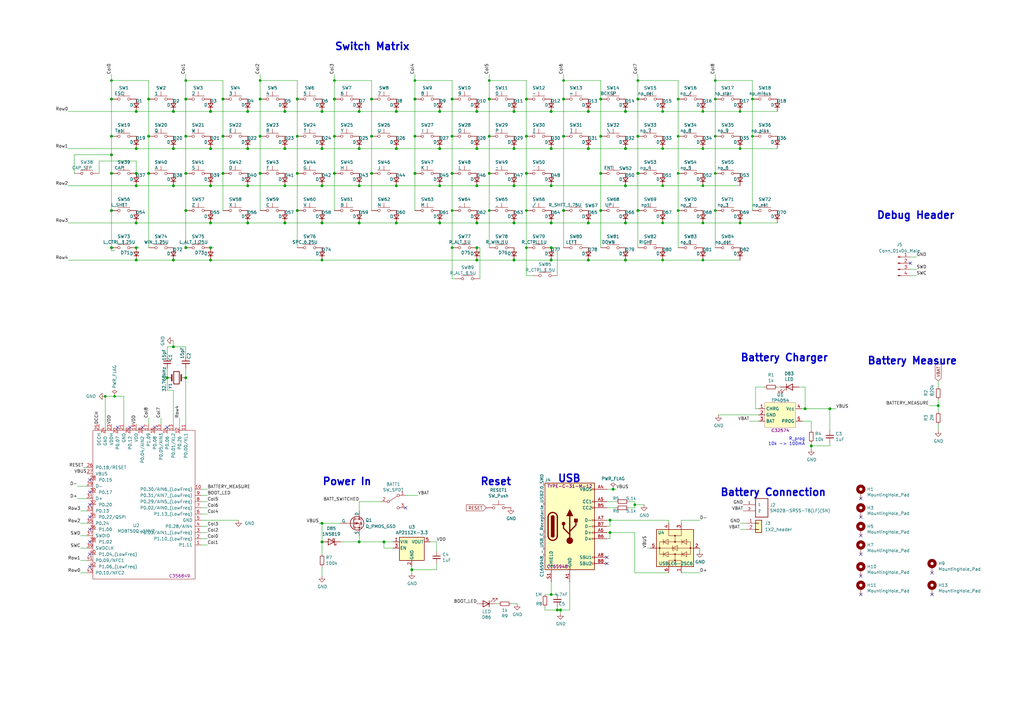
<source format=kicad_sch>
(kicad_sch (version 20211123) (generator eeschema)
  (paper "A3")
  (title_block (title "SP56") (date "2021-03-04") (rev "1") (company "CO Boards"))
  (junction (at 106.68 71.12) (diameter 1.016))
  (junction (at 106.68 33.02))
  (junction (at 43.18 162.56))
  (junction (at 278.13 55.88))
  (junction (at 215.9 55.88) (diameter 1.016))
  (junction (at 137.16 55.88) (diameter 1.016))
  (junction (at 293.37 40.64))
  (junction (at 261.62 40.64) (diameter 1.016))
  (junction (at 195.58 106.68) (diameter 1.016))
  (junction (at 256.54 60.96) (diameter 1.016))
  (junction (at 116.84 60.96) (diameter 1.016))
  (junction (at 271.78 60.96))
  (junction (at 86.36 60.96) (diameter 1.016))
  (junction (at 132.08 222.25) (diameter 1.016))
  (junction (at 157.48 222.25) (diameter 1.016))
  (junction (at 132.08 45.72) (diameter 1.016))
  (junction (at 250.19 218.44) (diameter 1.016))
  (junction (at 278.13 71.12))
  (junction (at 76.2 33.02))
  (junction (at 210.82 76.2) (diameter 1.016))
  (junction (at 271.78 45.72))
  (junction (at 261.62 86.36) (diameter 1.016))
  (junction (at 137.16 33.02))
  (junction (at 91.44 71.12) (diameter 1.016))
  (junction (at 210.82 45.72) (diameter 1.016))
  (junction (at 180.34 76.2) (diameter 1.016))
  (junction (at 170.18 71.12) (diameter 1.016))
  (junction (at 261.62 71.12) (diameter 1.016))
  (junction (at 288.29 91.44))
  (junction (at 116.84 91.44) (diameter 1.016))
  (junction (at 55.88 76.2) (diameter 1.016))
  (junction (at 86.36 101.6) (diameter 1.016))
  (junction (at 241.3 91.44) (diameter 1.016))
  (junction (at 246.38 86.36) (diameter 1.016))
  (junction (at 308.61 55.88))
  (junction (at 195.58 91.44) (diameter 1.016))
  (junction (at 106.68 55.88) (diameter 1.016))
  (junction (at 226.06 60.96) (diameter 1.016))
  (junction (at 246.38 55.88) (diameter 1.016))
  (junction (at 195.58 45.72) (diameter 1.016))
  (junction (at 256.54 45.72) (diameter 1.016))
  (junction (at 303.53 60.96))
  (junction (at 86.36 45.72) (diameter 1.016))
  (junction (at 86.36 106.68) (diameter 1.016))
  (junction (at 332.74 182.88) (diameter 1.016))
  (junction (at 241.3 60.96) (diameter 1.016))
  (junction (at 101.6 60.96) (diameter 1.016))
  (junction (at 170.18 55.88) (diameter 1.016))
  (junction (at 210.82 91.44) (diameter 1.016))
  (junction (at 76.2 40.64) (diameter 1.016))
  (junction (at 180.34 91.44) (diameter 1.016))
  (junction (at 271.78 76.2))
  (junction (at 226.06 76.2) (diameter 1.016))
  (junction (at 162.56 91.44) (diameter 1.016))
  (junction (at 101.6 91.44) (diameter 1.016))
  (junction (at 170.18 33.02))
  (junction (at 215.9 40.64) (diameter 1.016))
  (junction (at 55.88 45.72) (diameter 1.016))
  (junction (at 241.3 106.68) (diameter 1.016))
  (junction (at 121.92 55.88) (diameter 1.016))
  (junction (at 200.66 71.12) (diameter 1.016))
  (junction (at 71.12 142.24) (diameter 1.016))
  (junction (at 168.91 233.68) (diameter 1.016))
  (junction (at 86.36 91.44) (diameter 1.016))
  (junction (at 152.4 55.88) (diameter 1.016))
  (junction (at 76.2 71.12) (diameter 1.016))
  (junction (at 228.6 250.19) (diameter 1.016))
  (junction (at 384.81 166.37) (diameter 1.016))
  (junction (at 226.06 91.44) (diameter 1.016))
  (junction (at 76.2 86.36) (diameter 1.016))
  (junction (at 210.82 106.68) (diameter 1.016))
  (junction (at 185.42 101.6))
  (junction (at 293.37 71.12))
  (junction (at 226.06 106.68) (diameter 1.016))
  (junction (at 71.12 76.2) (diameter 1.016))
  (junction (at 271.78 106.68))
  (junction (at 271.78 91.44))
  (junction (at 288.29 60.96))
  (junction (at 121.92 40.64) (diameter 1.016))
  (junction (at 121.92 71.12) (diameter 1.016))
  (junction (at 260.35 207.01) (diameter 0.9144))
  (junction (at 68.58 154.94) (diameter 1.016))
  (junction (at 303.53 45.72))
  (junction (at 185.42 40.64) (diameter 1.016))
  (junction (at 147.32 60.96) (diameter 1.016))
  (junction (at 226.06 101.6) (diameter 1.016))
  (junction (at 308.61 40.64))
  (junction (at 91.44 55.88) (diameter 1.016))
  (junction (at 45.72 40.64) (diameter 1.016))
  (junction (at 76.2 154.94) (diameter 1.016))
  (junction (at 45.72 63.5) (diameter 1.016))
  (junction (at 256.54 106.68) (diameter 1.016))
  (junction (at 340.36 167.64) (diameter 1.016))
  (junction (at 106.68 40.64) (diameter 1.016))
  (junction (at 162.56 45.72) (diameter 1.016))
  (junction (at 185.42 86.36))
  (junction (at 60.96 71.12) (diameter 1.016))
  (junction (at 261.62 33.02))
  (junction (at 288.29 45.72))
  (junction (at 45.72 33.02))
  (junction (at 288.29 106.68))
  (junction (at 132.08 60.96) (diameter 1.016))
  (junction (at 278.13 86.36))
  (junction (at 200.66 86.36))
  (junction (at 226.06 243.84) (diameter 1.016))
  (junction (at 55.88 106.68) (diameter 1.016))
  (junction (at 180.34 60.96) (diameter 1.016))
  (junction (at 162.56 76.2) (diameter 1.016))
  (junction (at 91.44 40.64) (diameter 1.016))
  (junction (at 147.32 45.72) (diameter 1.016))
  (junction (at 71.12 45.72) (diameter 1.016))
  (junction (at 200.66 55.88) (diameter 1.016))
  (junction (at 278.13 40.64))
  (junction (at 137.16 40.64) (diameter 1.016))
  (junction (at 137.16 71.12) (diameter 1.016))
  (junction (at 45.72 71.12) (diameter 1.016))
  (junction (at 147.32 222.25) (diameter 1.016))
  (junction (at 200.66 33.02))
  (junction (at 86.36 76.2) (diameter 1.016))
  (junction (at 215.9 101.6))
  (junction (at 45.72 101.6) (diameter 1.016))
  (junction (at 210.82 60.96) (diameter 1.016))
  (junction (at 55.88 71.12) (diameter 1.016))
  (junction (at 101.6 45.72) (diameter 1.016))
  (junction (at 226.06 45.72) (diameter 1.016))
  (junction (at 241.3 45.72) (diameter 1.016))
  (junction (at 303.53 91.44))
  (junction (at 261.62 55.88) (diameter 1.016))
  (junction (at 55.88 91.44) (diameter 1.016))
  (junction (at 60.96 40.64) (diameter 1.016))
  (junction (at 180.34 45.72) (diameter 1.016))
  (junction (at 152.4 40.64) (diameter 1.016))
  (junction (at 147.32 76.2) (diameter 1.016))
  (junction (at 147.32 91.44) (diameter 1.016))
  (junction (at 76.2 55.88) (diameter 1.016))
  (junction (at 116.84 76.2) (diameter 1.016))
  (junction (at 45.72 55.88) (diameter 1.016))
  (junction (at 132.08 91.44) (diameter 1.016))
  (junction (at 152.4 71.12) (diameter 1.016))
  (junction (at 200.66 40.64) (diameter 1.016))
  (junction (at 231.14 86.36) (diameter 1.016))
  (junction (at 101.6 76.2) (diameter 1.016))
  (junction (at 46.99 162.56))
  (junction (at 231.14 55.88) (diameter 1.016))
  (junction (at 293.37 86.36))
  (junction (at 330.2 167.64) (diameter 1.016))
  (junction (at 256.54 76.2) (diameter 1.016))
  (junction (at 246.38 40.64) (diameter 1.016))
  (junction (at 170.18 40.64) (diameter 1.016))
  (junction (at 116.84 45.72) (diameter 1.016))
  (junction (at 246.38 71.12) (diameter 1.016))
  (junction (at 195.58 60.96) (diameter 1.016))
  (junction (at 132.08 106.68))
  (junction (at 185.42 71.12) (diameter 1.016))
  (junction (at 250.19 213.36) (diameter 1.016))
  (junction (at 71.12 60.96) (diameter 1.016))
  (junction (at 293.37 55.88))
  (junction (at 231.14 33.02))
  (junction (at 256.54 91.44) (diameter 1.016))
  (junction (at 293.37 33.02))
  (junction (at 195.58 76.2) (diameter 1.016))
  (junction (at 195.58 101.6) (diameter 1.016))
  (junction (at 215.9 86.36))
  (junction (at 251.46 200.66) (diameter 1.016))
  (junction (at 55.88 101.6) (diameter 1.016))
  (junction (at 45.72 86.36) (diameter 1.016))
  (junction (at 55.88 60.96) (diameter 1.016))
  (junction (at 162.56 60.96) (diameter 1.016))
  (junction (at 215.9 71.12) (diameter 1.016))
  (junction (at 288.29 76.2))
  (junction (at 229.87 250.19) (diameter 1.016))
  (junction (at 132.08 76.2) (diameter 1.016))
  (junction (at 132.08 214.63) (diameter 1.016))
  (junction (at 76.2 101.6) (diameter 1.016))
  (junction (at 60.96 55.88) (diameter 1.016))
  (junction (at 185.42 55.88) (diameter 1.016))
  (junction (at 121.92 86.36) (diameter 1.016))
  (junction (at 231.14 40.64) (diameter 1.016))
  (junction (at 71.12 106.68) (diameter 1.016))
  (no_connect (at 166.37 208.28))
  (no_connect (at 353.06 219.71))
  (no_connect (at 48.26 175.26))
  (no_connect (at 68.58 175.26))
  (no_connect (at 63.5 175.26))
  (no_connect (at 58.42 175.26))
  (no_connect (at 53.34 175.26))
  (no_connect (at 36.83 232.41))
  (no_connect (at 36.83 217.17))
  (no_connect (at 36.83 222.25))
  (no_connect (at 36.83 227.33))
  (no_connect (at 36.83 196.85))
  (no_connect (at 36.83 212.09))
  (no_connect (at 36.83 207.01))
  (no_connect (at 36.83 201.93))
  (no_connect (at 382.27 243.84))
  (no_connect (at 353.06 212.09))
  (no_connect (at 248.92 231.14))
  (no_connect (at 353.06 204.47))
  (no_connect (at 353.06 227.33))
  (no_connect (at 353.06 243.84))
  (no_connect (at 373.38 107.95))
  (no_connect (at 353.06 236.22))
  (no_connect (at 382.27 234.95))
  (no_connect (at 248.92 228.6))
  (wire (pts (xy 228.6 101.6) (xy 226.06 101.6)))
  (wire (pts (xy 229.87 250.19) (xy 233.68 250.19)))
  (wire (pts (xy 288.29 60.96) (xy 303.53 60.96)))
  (wire (pts (xy 180.34 76.2) (xy 195.58 76.2)))
  (wire (pts (xy 200.66 55.88) (xy 200.66 71.12)))
  (wire (pts (xy 91.44 40.64) (xy 91.44 55.88)))
  (wire (pts (xy 278.13 86.36) (xy 278.13 101.6)))
  (wire (pts (xy 34.29 191.77) (xy 35.56 191.77)))
  (wire (pts (xy 261.62 86.36) (xy 261.62 101.6)))
  (wire (pts (xy 330.2 167.64) (xy 340.36 167.64)))
  (wire (pts (xy 185.42 40.64) (xy 185.42 55.88)))
  (wire (pts (xy 147.32 91.44) (xy 162.56 91.44)))
  (wire (pts (xy 130.81 214.63) (xy 132.08 214.63)))
  (wire (pts (xy 288.29 45.72) (xy 303.53 45.72)))
  (wire (pts (xy 68.58 146.05) (xy 68.58 142.24)))
  (wire (pts (xy 256.54 60.96) (xy 271.78 60.96)))
  (wire (pts (xy 293.37 86.36) (xy 293.37 101.6)))
  (wire (pts (xy 71.12 160.02) (xy 71.12 173.99)))
  (wire (pts (xy 195.58 91.44) (xy 210.82 91.44)))
  (wire (pts (xy 330.2 167.64) (xy 330.2 158.75)))
  (wire (pts (xy 137.16 55.88) (xy 137.16 71.12)))
  (wire (pts (xy 260.35 234.95) (xy 260.35 218.44)))
  (wire (pts (xy 274.32 234.95) (xy 260.35 234.95)))
  (wire (pts (xy 147.32 222.25) (xy 157.48 222.25)))
  (wire (pts (xy 45.72 33.02) (xy 60.96 33.02)))
  (wire (pts (xy 261.62 40.64) (xy 261.62 55.88)))
  (wire (pts (xy 132.08 91.44) (xy 147.32 91.44)))
  (wire (pts (xy 271.78 45.72) (xy 288.29 45.72)))
  (wire (pts (xy 215.9 71.12) (xy 215.9 86.36)))
  (wire (pts (xy 210.82 91.44) (xy 226.06 91.44)))
  (wire (pts (xy 45.72 71.12) (xy 45.72 86.36)))
  (wire (pts (xy 166.37 203.2) (xy 171.45 203.2)))
  (wire (pts (xy 340.36 182.88) (xy 332.74 182.88)))
  (wire (pts (xy 241.3 106.68) (xy 256.54 106.68)))
  (wire (pts (xy 185.42 114.3) (xy 186.69 114.3)))
  (wire (pts (xy 293.37 71.12) (xy 293.37 86.36)))
  (wire (pts (xy 271.78 106.68) (xy 288.29 106.68)))
  (wire (pts (xy 152.4 71.12) (xy 152.4 86.36)))
  (wire (pts (xy 308.61 40.64) (xy 308.61 55.88)))
  (wire (pts (xy 27.94 76.2) (xy 55.88 76.2)))
  (wire (pts (xy 278.13 71.12) (xy 278.13 86.36)))
  (wire (pts (xy 252.73 205.74) (xy 248.92 205.74)))
  (wire (pts (xy 91.44 33.02) (xy 91.44 40.64)))
  (wire (pts (xy 168.91 233.68) (xy 179.07 233.68)))
  (wire (pts (xy 147.32 76.2) (xy 162.56 76.2)))
  (wire (pts (xy 132.08 214.63) (xy 132.08 222.25)))
  (wire (pts (xy 248.92 218.44) (xy 250.19 218.44)))
  (wire (pts (xy 76.2 154.94) (xy 76.2 173.99)))
  (wire (pts (xy 215.9 101.6) (xy 215.9 113.03)))
  (wire (pts (xy 170.18 40.64) (xy 170.18 55.88)))
  (wire (pts (xy 31.75 204.47) (xy 35.56 204.47)))
  (wire (pts (xy 76.2 33.02) (xy 76.2 40.64)))
  (wire (pts (xy 251.46 200.66) (xy 248.92 200.66)))
  (wire (pts (xy 76.2 30.48) (xy 76.2 33.02)))
  (wire (pts (xy 170.18 71.12) (xy 170.18 86.36)))
  (wire (pts (xy 384.81 166.37) (xy 384.81 168.91)))
  (wire (pts (xy 121.92 33.02) (xy 121.92 40.64)))
  (wire (pts (xy 384.81 173.99) (xy 384.81 176.53)))
  (wire (pts (xy 215.9 33.02) (xy 215.9 40.64)))
  (wire (pts (xy 279.4 213.36) (xy 287.02 213.36)))
  (wire (pts (xy 55.88 101.6) (xy 57.15 101.6)))
  (wire (pts (xy 261.62 30.48) (xy 261.62 33.02)))
  (wire (pts (xy 77.47 101.6) (xy 76.2 101.6)))
  (wire (pts (xy 293.37 30.48) (xy 293.37 33.02)))
  (wire (pts (xy 55.88 60.96) (xy 71.12 60.96)))
  (wire (pts (xy 121.92 40.64) (xy 121.92 55.88)))
  (wire (pts (xy 260.35 207.01) (xy 264.16 207.01)))
  (wire (pts (xy 246.38 33.02) (xy 231.14 33.02)))
  (wire (pts (xy 40.64 66.04) (xy 55.88 66.04)))
  (wire (pts (xy 271.78 91.44) (xy 288.29 91.44)))
  (wire (pts (xy 68.58 160.02) (xy 68.58 154.94)))
  (wire (pts (xy 200.66 40.64) (xy 200.66 55.88)))
  (wire (pts (xy 195.58 76.2) (xy 210.82 76.2)))
  (wire (pts (xy 156.21 205.74) (xy 147.32 205.74)))
  (wire (pts (xy 226.06 238.76) (xy 226.06 243.84)))
  (wire (pts (xy 223.52 248.92) (xy 223.52 250.19)))
  (wire (pts (xy 27.94 91.44) (xy 55.88 91.44)))
  (wire (pts (xy 71.12 60.96) (xy 86.36 60.96)))
  (wire (pts (xy 218.44 113.03) (xy 215.9 113.03)))
  (wire (pts (xy 60.96 171.45) (xy 60.96 173.99)))
  (wire (pts (xy 195.58 60.96) (xy 210.82 60.96)))
  (wire (pts (xy 137.16 71.12) (xy 137.16 86.36)))
  (wire (pts (xy 116.84 60.96) (xy 132.08 60.96)))
  (wire (pts (xy 309.88 158.75) (xy 309.88 167.64)))
  (wire (pts (xy 168.91 232.41) (xy 168.91 233.68)))
  (wire (pts (xy 147.32 205.74) (xy 147.32 209.55)))
  (wire (pts (xy 55.88 66.04) (xy 55.88 71.12)))
  (wire (pts (xy 256.54 76.2) (xy 271.78 76.2)))
  (wire (pts (xy 30.48 63.5) (xy 45.72 63.5)))
  (wire (pts (xy 228.6 250.19) (xy 229.87 250.19)))
  (wire (pts (xy 76.2 154.94) (xy 76.2 151.13)))
  (wire (pts (xy 137.16 40.64) (xy 137.16 55.88)))
  (wire (pts (xy 86.36 76.2) (xy 101.6 76.2)))
  (wire (pts (xy 226.06 60.96) (xy 241.3 60.96)))
  (wire (pts (xy 33.02 229.87) (xy 35.56 229.87)))
  (wire (pts (xy 82.55 205.74) (xy 85.09 205.74)))
  (wire (pts (xy 132.08 214.63) (xy 139.7 214.63)))
  (wire (pts (xy 328.93 172.72) (xy 332.74 172.72)))
  (wire (pts (xy 40.64 66.04) (xy 40.64 71.12)))
  (wire (pts (xy 55.88 106.68) (xy 71.12 106.68)))
  (wire (pts (xy 200.66 30.48) (xy 200.66 33.02)))
  (wire (pts (xy 91.44 71.12) (xy 91.44 86.36)))
  (wire (pts (xy 86.36 45.72) (xy 101.6 45.72)))
  (wire (pts (xy 256.54 91.44) (xy 271.78 91.44)))
  (wire (pts (xy 170.18 30.48) (xy 170.18 33.02)))
  (wire (pts (xy 246.38 40.64) (xy 246.38 55.88)))
  (wire (pts (xy 373.38 105.41) (xy 375.92 105.41)))
  (wire (pts (xy 86.36 106.68) (xy 132.08 106.68)))
  (wire (pts (xy 180.34 91.44) (xy 195.58 91.44)))
  (wire (pts (xy 45.72 102.87) (xy 46.99 102.87)))
  (wire (pts (xy 106.68 33.02) (xy 121.92 33.02)))
  (wire (pts (xy 287.02 224.79) (xy 287.02 226.06)))
  (wire (pts (xy 55.88 76.2) (xy 71.12 76.2)))
  (wire (pts (xy 373.38 110.49) (xy 375.92 110.49)))
  (wire (pts (xy 248.92 220.98) (xy 250.19 220.98)))
  (wire (pts (xy 271.78 60.96) (xy 288.29 60.96)))
  (wire (pts (xy 384.81 163.83) (xy 384.81 166.37)))
  (wire (pts (xy 106.68 71.12) (xy 106.68 86.36)))
  (wire (pts (xy 71.12 45.72) (xy 86.36 45.72)))
  (wire (pts (xy 293.37 33.02) (xy 293.37 40.64)))
  (wire (pts (xy 250.19 218.44) (xy 260.35 218.44)))
  (wire (pts (xy 76.2 33.02) (xy 91.44 33.02)))
  (wire (pts (xy 157.48 222.25) (xy 161.29 222.25)))
  (wire (pts (xy 132.08 232.41) (xy 132.08 236.22)))
  (wire (pts (xy 261.62 55.88) (xy 261.62 71.12)))
  (wire (pts (xy 228.6 113.03) (xy 228.6 101.6)))
  (wire (pts (xy 31.75 199.39) (xy 35.56 199.39)))
  (wire (pts (xy 176.53 222.25) (xy 179.07 222.25)))
  (wire (pts (xy 185.42 33.02) (xy 185.42 40.64)))
  (wire (pts (xy 332.74 182.88) (xy 332.74 184.15)))
  (wire (pts (xy 223.52 250.19) (xy 228.6 250.19)))
  (wire (pts (xy 195.58 45.72) (xy 210.82 45.72)))
  (wire (pts (xy 170.18 33.02) (xy 170.18 40.64)))
  (wire (pts (xy 33.02 219.71) (xy 35.56 219.71)))
  (wire (pts (xy 229.87 250.19) (xy 229.87 251.46)))
  (wire (pts (xy 303.53 214.63) (xy 306.07 214.63)))
  (wire (pts (xy 101.6 60.96) (xy 116.84 60.96)))
  (wire (pts (xy 332.74 181.61) (xy 332.74 182.88)))
  (wire (pts (xy 82.55 210.82) (xy 85.09 210.82)))
  (wire (pts (xy 294.64 170.18) (xy 311.15 170.18)))
  (wire (pts (xy 60.96 40.64) (xy 60.96 55.88)))
  (wire (pts (xy 241.3 45.72) (xy 256.54 45.72)))
  (wire (pts (xy 248.92 213.36) (xy 250.19 213.36)))
  (wire (pts (xy 137.16 33.02) (xy 152.4 33.02)))
  (wire (pts (xy 60.96 55.88) (xy 60.96 71.12)))
  (wire (pts (xy 231.14 30.48) (xy 231.14 33.02)))
  (wire (pts (xy 101.6 91.44) (xy 116.84 91.44)))
  (wire (pts (xy 170.18 55.88) (xy 170.18 71.12)))
  (wire (pts (xy 252.73 200.66) (xy 251.46 200.66)))
  (wire (pts (xy 45.72 101.6) (xy 45.72 102.87)))
  (wire (pts (xy 45.72 30.48) (xy 45.72 33.02)))
  (wire (pts (xy 76.2 55.88) (xy 76.2 71.12)))
  (wire (pts (xy 91.44 55.88) (xy 91.44 71.12)))
  (wire (pts (xy 139.7 222.25) (xy 147.32 222.25)))
  (wire (pts (xy 185.42 71.12) (xy 185.42 86.36)))
  (wire (pts (xy 180.34 45.72) (xy 195.58 45.72)))
  (wire (pts (xy 200.66 33.02) (xy 200.66 40.64)))
  (wire (pts (xy 43.18 162.56) (xy 46.99 162.56)))
  (wire (pts (xy 307.34 172.72) (xy 311.15 172.72)))
  (wire (pts (xy 82.55 215.9) (xy 85.09 215.9)))
  (wire (pts (xy 261.62 71.12) (xy 261.62 86.36)))
  (wire (pts (xy 260.35 205.74) (xy 260.35 207.01)))
  (wire (pts (xy 293.37 40.64) (xy 293.37 55.88)))
  (wire (pts (xy 226.06 243.84) (xy 228.6 243.84)))
  (wire (pts (xy 132.08 106.68) (xy 195.58 106.68)))
  (wire (pts (xy 68.58 154.94) (xy 68.58 151.13)))
  (wire (pts (xy 71.12 142.24) (xy 76.2 142.24)))
  (wire (pts (xy 246.38 86.36) (xy 246.38 101.6)))
  (wire (pts (xy 200.66 86.36) (xy 200.66 101.6)))
  (wire (pts (xy 226.06 76.2) (xy 256.54 76.2)))
  (wire (pts (xy 162.56 76.2) (xy 180.34 76.2)))
  (wire (pts (xy 106.68 33.02) (xy 106.68 40.64)))
  (wire (pts (xy 303.53 45.72) (xy 318.77 45.72)))
  (wire (pts (xy 340.36 167.64) (xy 342.9 167.64)))
  (wire (pts (xy 210.82 76.2) (xy 226.06 76.2)))
  (wire (pts (xy 132.08 76.2) (xy 147.32 76.2)))
  (wire (pts (xy 308.61 55.88) (xy 308.61 86.36)))
  (wire (pts (xy 50.8 173.99) (xy 50.8 162.56)))
  (wire (pts (xy 116.84 45.72) (xy 132.08 45.72)))
  (wire (pts (xy 260.35 208.28) (xy 260.35 207.01)))
  (wire (pts (xy 33.02 224.79) (xy 35.56 224.79)))
  (wire (pts (xy 82.55 200.66) (xy 85.09 200.66)))
  (wire (pts (xy 147.32 219.71) (xy 147.32 222.25)))
  (wire (pts (xy 76.2 142.24) (xy 76.2 146.05)))
  (wire (pts (xy 256.54 106.68) (xy 271.78 106.68)))
  (wire (pts (xy 157.48 222.25) (xy 157.48 224.79)))
  (wire (pts (xy 303.53 217.17) (xy 306.07 217.17)))
  (wire (pts (xy 55.88 91.44) (xy 86.36 91.44)))
  (wire (pts (xy 137.16 30.48) (xy 137.16 33.02)))
  (wire (pts (xy 71.12 106.68) (xy 86.36 106.68)))
  (wire (pts (xy 101.6 76.2) (xy 116.84 76.2)))
  (wire (pts (xy 76.2 40.64) (xy 76.2 55.88)))
  (wire (pts (xy 132.08 227.33) (xy 132.08 222.25)))
  (wire (pts (xy 45.72 55.88) (xy 45.72 63.5)))
  (wire (pts (xy 106.68 30.48) (xy 106.68 33.02)))
  (wire (pts (xy 162.56 91.44) (xy 180.34 91.44)))
  (wire (pts (xy 210.82 60.96) (xy 226.06 60.96)))
  (wire (pts (xy 82.55 213.36) (xy 97.79 213.36)))
  (wire (pts (xy 68.58 142.24) (xy 71.12 142.24)))
  (wire (pts (xy 195.58 106.68) (xy 210.82 106.68)))
  (wire (pts (xy 373.38 113.03) (xy 375.92 113.03)))
  (wire (pts (xy 265.43 224.79) (xy 266.7 224.79)))
  (wire (pts (xy 76.2 71.12) (xy 76.2 86.36)))
  (wire (pts (xy 121.92 71.12) (xy 121.92 86.36)))
  (wire (pts (xy 185.42 55.88) (xy 185.42 71.12)))
  (wire (pts (xy 330.2 158.75) (xy 327.66 158.75)))
  (wire (pts (xy 179.07 222.25) (xy 179.07 226.06)))
  (wire (pts (xy 45.72 40.64) (xy 45.72 55.88)))
  (wire (pts (xy 328.93 167.64) (xy 330.2 167.64)))
  (wire (pts (xy 30.48 63.5) (xy 30.48 71.12)))
  (wire (pts (xy 303.53 60.96) (xy 318.77 60.96)))
  (wire (pts (xy 210.82 106.68) (xy 226.06 106.68)))
  (wire (pts (xy 132.08 45.72) (xy 147.32 45.72)))
  (wire (pts (xy 101.6 45.72) (xy 116.84 45.72)))
  (wire (pts (xy 200.66 33.02) (xy 215.9 33.02)))
  (wire (pts (xy 200.66 71.12) (xy 200.66 86.36)))
  (wire (pts (xy 27.94 60.96) (xy 55.88 60.96)))
  (wire (pts (xy 279.4 213.36) (xy 279.4 214.63)))
  (wire (pts (xy 82.55 223.52) (xy 85.09 223.52)))
  (wire (pts (xy 60.96 71.12) (xy 60.96 101.6)))
  (wire (pts (xy 152.4 55.88) (xy 152.4 71.12)))
  (wire (pts (xy 320.04 158.75) (xy 318.77 158.75)))
  (wire (pts (xy 257.81 208.28) (xy 260.35 208.28)))
  (wire (pts (xy 73.66 171.45) (xy 73.66 175.26)))
  (wire (pts (xy 293.37 55.88) (xy 293.37 71.12)))
  (wire (pts (xy 76.2 86.36) (xy 76.2 101.6)))
  (wire (pts (xy 309.88 167.64) (xy 311.15 167.64)))
  (wire (pts (xy 185.42 101.6) (xy 185.42 114.3)))
  (wire (pts (xy 195.58 101.6) (xy 196.85 101.6)))
  (wire (pts (xy 381 166.37) (xy 384.81 166.37)))
  (wire (pts (xy 308.61 33.02) (xy 308.61 40.64)))
  (wire (pts (xy 303.53 91.44) (xy 318.77 91.44)))
  (wire (pts (xy 271.78 76.2) (xy 288.29 76.2)))
  (wire (pts (xy 71.12 76.2) (xy 86.36 76.2)))
  (wire (pts (xy 248.92 215.9) (xy 250.19 215.9)))
  (wire (pts (xy 288.29 106.68) (xy 303.53 106.68)))
  (wire (pts (xy 231.14 40.64) (xy 231.14 55.88)))
  (wire (pts (xy 162.56 60.96) (xy 180.34 60.96)))
  (wire (pts (xy 231.14 86.36) (xy 231.14 101.6)))
  (wire (pts (xy 226.06 106.68) (xy 241.3 106.68)))
  (wire (pts (xy 82.55 203.2) (xy 85.09 203.2)))
  (wire (pts (xy 132.08 60.96) (xy 147.32 60.96)))
  (wire (pts (xy 203.2 247.65) (xy 204.47 247.65)))
  (wire (pts (xy 179.07 231.14) (xy 179.07 233.68)))
  (wire (pts (xy 250.19 213.36) (xy 274.32 213.36)))
  (wire (pts (xy 274.32 213.36) (xy 274.32 214.63)))
  (wire (pts (xy 45.72 63.5) (xy 45.72 71.12)))
  (wire (pts (xy 246.38 55.88) (xy 246.38 71.12)))
  (wire (pts (xy 71.12 142.24) (xy 71.12 139.7)))
  (wire (pts (xy 180.34 60.96) (xy 195.58 60.96)))
  (wire (pts (xy 288.29 91.44) (xy 303.53 91.44)))
  (wire (pts (xy 246.38 71.12) (xy 246.38 86.36)))
  (wire (pts (xy 116.84 76.2) (xy 132.08 76.2)))
  (wire (pts (xy 293.37 33.02) (xy 308.61 33.02)))
  (wire (pts (xy 45.72 86.36) (xy 45.72 101.6)))
  (wire (pts (xy 279.4 234.95) (xy 287.02 234.95)))
  (wire (pts (xy 223.52 243.84) (xy 226.06 243.84)))
  (wire (pts (xy 384.81 156.21) (xy 384.81 158.75)))
  (wire (pts (xy 27.94 106.68) (xy 55.88 106.68)))
  (wire (pts (xy 116.84 91.44) (xy 132.08 91.44)))
  (wire (pts (xy 170.18 33.02) (xy 185.42 33.02)))
  (wire (pts (xy 66.04 171.45) (xy 66.04 173.99)))
  (wire (pts (xy 185.42 86.36) (xy 185.42 101.6)))
  (wire (pts (xy 256.54 45.72) (xy 271.78 45.72)))
  (wire (pts (xy 68.58 160.02) (xy 71.12 160.02)))
  (wire (pts (xy 121.92 55.88) (xy 121.92 71.12)))
  (wire (pts (xy 168.91 233.68) (xy 168.91 234.95)))
  (wire (pts (xy 250.19 213.36) (xy 250.19 215.9)))
  (wire (pts (xy 86.36 91.44) (xy 101.6 91.44)))
  (wire (pts (xy 45.72 33.02) (xy 45.72 40.64)))
  (wire (pts (xy 33.02 214.63) (xy 35.56 214.63)))
  (wire (pts (xy 196.85 101.6) (xy 196.85 114.3)))
  (wire (pts (xy 209.55 247.65) (xy 212.09 247.65)))
  (wire (pts (xy 252.73 208.28) (xy 248.92 208.28)))
  (wire (pts (xy 313.69 158.75) (xy 309.88 158.75)))
  (wire (pts (xy 340.36 167.64) (xy 340.36 176.53)))
  (wire (pts (xy 60.96 33.02) (xy 60.96 40.64)))
  (wire (pts (xy 241.3 91.44) (xy 256.54 91.44)))
  (wire (pts (xy 161.29 224.79) (xy 157.48 224.79)))
  (wire (pts (xy 147.32 60.96) (xy 162.56 60.96)))
  (wire (pts (xy 46.99 162.56) (xy 50.8 162.56)))
  (wire (pts (xy 86.36 101.6) (xy 87.63 101.6)))
  (wire (pts (xy 152.4 33.02) (xy 152.4 40.64)))
  (wire (pts (xy 278.13 40.64) (xy 278.13 55.88)))
  (wire (pts (xy 288.29 76.2) (xy 303.53 76.2)))
  (wire (pts (xy 82.55 218.44) (xy 85.09 218.44)))
  (wire (pts (xy 137.16 33.02) (xy 137.16 40.64)))
  (wire (pts (xy 215.9 86.36) (xy 215.9 101.6)))
  (wire (pts (xy 250.19 218.44) (xy 250.19 220.98)))
  (wire (pts (xy 226.06 45.72) (xy 241.3 45.72)))
  (wire (pts (xy 278.13 33.02) (xy 278.13 40.64)))
  (wire (pts (xy 86.36 60.96) (xy 101.6 60.96)))
  (wire (pts (xy 278.13 55.88) (xy 278.13 71.12)))
  (wire (pts (xy 33.02 234.95) (xy 35.56 234.95)))
  (wire (pts (xy 152.4 40.64) (xy 152.4 55.88)))
  (wire (pts (xy 82.55 208.28) (xy 85.09 208.28)))
  (wire (pts (xy 106.68 40.64) (xy 106.68 55.88)))
  (wire (pts (xy 233.68 238.76) (xy 233.68 250.19)))
  (wire (pts (xy 257.81 205.74) (xy 260.35 205.74)))
  (wire (pts (xy 340.36 181.61) (xy 340.36 182.88)))
  (wire (pts (xy 33.02 209.55) (xy 35.56 209.55)))
  (wire (pts (xy 43.18 175.26) (xy 43.18 162.56)))
  (wire (pts (xy 241.3 60.96) (xy 256.54 60.96)))
  (wire (pts (xy 27.94 45.72) (xy 55.88 45.72)))
  (wire (pts (xy 121.92 86.36) (xy 121.92 101.6)))
  (wire (pts (xy 106.68 55.88) (xy 106.68 71.12)))
  (wire (pts (xy 261.62 33.02) (xy 278.13 33.02)))
  (wire (pts (xy 55.88 45.72) (xy 71.12 45.72)))
  (wire (pts (xy 332.74 172.72) (xy 332.74 176.53)))
  (wire (pts (xy 261.62 33.02) (xy 261.62 40.64)))
  (wire (pts (xy 82.55 220.98) (xy 85.09 220.98)))
  (wire (pts (xy 226.06 91.44) (xy 241.3 91.44)))
  (wire (pts (xy 215.9 40.64) (xy 215.9 55.88)))
  (wire (pts (xy 147.32 45.72) (xy 162.56 45.72)))
  (wire (pts (xy 210.82 45.72) (xy 226.06 45.72)))
  (wire (pts (xy 162.56 45.72) (xy 180.34 45.72)))
  (wire (pts (xy 246.38 33.02) (xy 246.38 40.64)))
  (wire (pts (xy 215.9 55.88) (xy 215.9 71.12)))
  (wire (pts (xy 231.14 33.02) (xy 231.14 40.64)))
  (wire (pts (xy 231.14 55.88) (xy 231.14 86.36)))
  (wire (pts (xy 228.6 250.19) (xy 228.6 248.92)))
  (text "Battery Connection" (at 295.275 203.835 0) (effects (font (size 2.9972 2.9972) (thickness 0.5994) bold) (justify left bottom)))
  (text "Debug Header" (at 359.41 90.17 0) (effects (font (size 2.9972 2.9972) (thickness 0.5994) bold) (justify left bottom)))
  (text "Reset" (at 196.85 199.39 0) (effects (font (size 2.9972 2.9972) (thickness 0.5994) bold) (justify left bottom)))
  (text "Battery Measure" (at 355.6 149.86 0) (effects (font (size 2.9972 2.9972) (thickness 0.5994) bold) (justify left bottom)))
  (text "Battery Charger" (at 303.53 148.59 0) (effects (font (size 2.997 2.997) (thickness 0.5994) bold) (justify left bottom)))
  (text "Power In" (at 132.08 199.39 0) (effects (font (size 2.997 2.997) (thickness 0.5994) bold) (justify left bottom)))
  (text "USB" (at 228.6 198.12 0) (effects (font (size 2.9972 2.9972) (thickness 0.5994) bold) (justify left bottom)))
  (text "R_prog\n10k -> 100mA" (at 330.2 182.88 180) (effects (font (size 1.27 1.27)) (justify right bottom)))
  (text "Switch Matrix" (at 137.16 20.955 0) (effects (font (size 2.9972 2.9972) (thickness 0.5994) bold) (justify left bottom)))
  (label "Col7" (at 261.62 30.48 90))
  (label "SWC" (at 33.02 224.79 180))
  (label "VBUS" (at 252.73 200.66 0))
  (label "Col1" (at 76.2 30.48 90))
  (label "VBUS" (at 35.56 194.31 180))
  (label "Col5" (at 85.09 205.74 0))
  (label "Row1" (at 33.02 229.87 180))
  (label "BOOT_LED" (at 195.58 247.65 180))
  (label "Row2" (at 27.94 76.2 180))
  (label "Row3" (at 33.02 209.55 180))
  (label "GND" (at 304.8 207.01 180))
  (label "Col1" (at 85.09 223.52 0))
  (label "VBUS" (at 130.81 214.63 180))
  (label "Col2" (at 106.68 30.48 90))
  (label "Col7" (at 66.04 171.45 90))
  (label "Col2" (at 85.09 218.44 0))
  (label "Col3" (at 85.09 215.9 0))
  (label "VDD" (at 179.07 222.25 0))
  (label "VBUS" (at 265.43 224.79 90))
  (label "Col0" (at 85.09 220.98 0))
  (label "Row4" (at 27.94 106.68 180))
  (label "VBAT" (at 303.53 217.17 180))
  (label "D-" (at 287.02 213.36 0))
  (label "Row4" (at 73.66 171.45 90))
  (label "VDD" (at 45.72 173.99 90))
  (label "Row0" (at 27.94 45.72 180))
  (label "BOOT_LED" (at 85.09 203.2 0))
  (label "D+" (at 287.02 234.95 0))
  (label "Col0" (at 45.72 30.48 90))
  (label "SWD" (at 33.02 219.71 180))
  (label "Col5" (at 200.66 30.48 90))
  (label "Row1" (at 27.94 60.96 180))
  (label "Col8" (at 60.96 171.45 90))
  (label "SWD" (at 375.92 110.49 0))
  (label "Col3" (at 137.16 30.48 90))
  (label "Col8" (at 293.37 30.48 90))
  (label "D-" (at 31.75 199.39 180))
  (label "VBAT" (at 171.45 203.2 0))
  (label "Row2" (at 33.02 214.63 180))
  (label "VBAT" (at 307.34 172.72 180))
  (label "Col6" (at 231.14 30.48 90))
  (label "BATTERY_MEASURE" (at 381 166.37 180))
  (label "SWC" (at 375.92 113.03 0))
  (label "GND" (at 303.53 214.63 180))
  (label "Row0" (at 33.02 234.95 180))
  (label "Col4" (at 85.09 210.82 0))
  (label "GND" (at 375.92 105.41 0))
  (label "BATT_SWITCHED" (at 147.32 205.74 180))
  (label "VDD" (at 55.88 173.99 90))
  (label "Col6" (at 85.09 208.28 0))
  (label "VBUS" (at 342.9 167.64 0))
  (label "Col4" (at 170.18 30.48 90))
  (label "RESET" (at 34.29 191.77 180))
  (label "BATTERY_MEASURE" (at 85.09 200.66 0))
  (label "Row3" (at 27.94 91.44 180))
  (label "VBAT" (at 304.8 209.55 180))
  (label "D+" (at 31.75 204.47 180))
  (label "DCCH" (at 40.64 173.99 90))
  (global_label "RESET" (shape input) (at 199.39 208.28 180) (property "Intersheet References" "${INTERSHEET_REFS}" (effects hide)))
  (global_label "VBAT" (shape input) (at 384.81 156.21 90) (property "Intersheet References" "${INTERSHEET_REFS}" (effects hide)))
  (symbol (lib_id "Device:D_Small") (at 101.6 73.66 90) (unit 1)
    (property "Reference" "D40" (at 101.4731 71.8756 90) (effects (justify right)))
    (property "Value" "D" (at 98.933 73.539 90) (effects (justify right)))
    (property "Footprint" "Diode_SMD:D_SOD-123" (effects hide))
  )
  (symbol (lib_id "Device:D_Small") (at 241.3 88.9 90) (unit 1)
    (property "Reference" "D65" (at 241.1731 87.1156 90) (effects (justify right)))
    (property "Value" "D" (at 238.633 88.779 90) (effects (justify right)))
    (property "Footprint" "Diode_SMD:D_SOD-123" (effects hide))
  )
  (symbol (lib_id "Device:D_Small") (at 132.08 73.66 90) (unit 1)
    (property "Reference" "D42" (at 131.9531 71.8756 90) (effects (justify right)))
    (property "Value" "D" (at 129.413 73.539 90) (effects (justify right)))
    (property "Footprint" "Diode_SMD:D_SOD-123" (effects hide))
  )
  (symbol (lib_id "Switch:SW_Push") (at 298.45 55.88 0) (unit 1)
    (property "Reference" "SW35" (at 298.45 51.2888 0))
    (property "Value" "np_9" (at 296.545 53.588 0))
    (property "Footprint" "COBoards:MX_1U" (effects hide))
  )
  (symbol (lib_id "Mechanical:MountingHole_Pad") (at 353.06 241.3 0) (unit 1)
    (property "Reference" "H11" (at 355.6 240.024 0) (effects (justify left)))
    (property "Value" "MountingHole_Pad" (at 355.6001 242.3223 0) (effects (justify left)))
    (property "Footprint" "MountingHole:MountingHole_4.3mm_M4" (effects hide))
  )
  (symbol (lib_id "Switch:SW_Push") (at 175.26 40.64 0) (unit 1)
    (property "Reference" "SW9" (at 175.26 36.0488 0))
    (property "Value" "8" (at 173.355 38.348 0))
    (property "Footprint" "COBoards:MX_1U" (effects hide))
  )
  (symbol (lib_id "COBoards:TP4054") (at 320.04 170.18 0) (unit 1)
    (property "Reference" "U1" (at 320.04 161.925 0))
    (property "Value" "TP4054" (at 320.04 164.2364 0))
    (property "Footprint" "Package_TO_SOT_SMD:SOT-23-5" (effects hide))
    (property "Manufacturer PN" "TP4054" (effects hide))
    (property "LCSC PN" "C32574" (at 320.04 176.53 0))
  )
  (symbol (lib_id "Device:D_Small") (at 241.3 58.42 90) (unit 1)
    (property "Reference" "D31" (at 241.1731 56.6356 90) (effects (justify right)))
    (property "Value" "D" (at 238.633 58.299 90) (effects (justify right)))
    (property "Footprint" "Diode_SMD:D_SOD-123" (effects hide))
  )
  (symbol (lib_id "Device:LED") (at 199.39 247.65 180) (unit 1)
    (property "Reference" "D86" (at 199.5678 253.1618 0))
    (property "Value" "LED" (at 199.5678 250.8504 0))
    (property "Footprint" "LED_SMD:LED_0603_1608Metric" (effects hide))
  )
  (symbol (lib_id "Switch:SW_Push") (at 157.48 71.12 0) (unit 1)
    (property "Reference" "SW46" (at 157.48 66.5288 0))
    (property "Value" "J" (at 155.575 68.828 0))
    (property "Footprint" "COBoards:MX_1U" (effects hide))
  )
  (symbol (lib_id "Switch:SW_Push") (at 191.77 114.3 0) (unit 1)
    (property "Reference" "SW89" (at 191.77 109.7088 0))
    (property "Value" "R_ALT_1.5U" (at 189.865 112.008 0))
    (property "Footprint" "Button_Switch_Keyboard:SW_Cherry_MX_1.50u_PCB" (effects hide))
  )
  (symbol (lib_id "Device:D_Small") (at 180.34 43.18 90) (unit 1)
    (property "Reference" "D9" (at 180.2131 41.3956 90) (effects (justify right)))
    (property "Value" "D" (at 177.673 43.059 90) (effects (justify right)))
    (property "Footprint" "Diode_SMD:D_SOD-123" (effects hide))
  )
  (symbol (lib_id "Device:R_Small") (at 223.52 246.38 180) (unit 1)
    (property "Reference" "R8" (at 221.1132 247.65 0))
    (property "Value" "1M" (at 220.872 243.84 0))
    (property "Footprint" "Resistor_SMD:R_0603_1608Metric" (effects hide))
  )
  (symbol (lib_id "Device:D_Small") (at 180.34 58.42 90) (unit 1)
    (property "Reference" "D27" (at 180.2131 56.6356 90) (effects (justify right)))
    (property "Value" "D" (at 177.673 58.299 90) (effects (justify right)))
    (property "Footprint" "Diode_SMD:D_SOD-123" (effects hide))
  )
  (symbol (lib_id "Device:D_Small") (at 271.78 43.18 90) (unit 1)
    (property "Reference" "D15" (at 271.6531 41.3956 90) (effects (justify right)))
    (property "Value" "D" (at 269.113 43.059 90) (effects (justify right)))
    (property "Footprint" "Diode_SMD:D_SOD-123" (effects hide))
  )
  (symbol (lib_id "Device:D_Small") (at 101.6 88.9 90) (unit 1)
    (property "Reference" "D56" (at 101.4731 87.1156 90) (effects (justify right)))
    (property "Value" "D" (at 98.933 88.779 90) (effects (justify right)))
    (property "Footprint" "Diode_SMD:D_SOD-123" (effects hide))
  )
  (symbol (lib_id "Switch:SW_Push") (at 266.7 86.36 0) (unit 1)
    (property "Reference" "SW69" (at 266.7 81.7688 0))
    (property "Value" "np1" (at 264.795 84.068 0))
    (property "Footprint" "COBoards:MX_1U" (effects hide))
  )
  (symbol (lib_id "Switch:SW_Push") (at 127 71.12 0) (unit 1)
    (property "Reference" "SW44" (at 127 66.5288 0))
    (property "Value" "G" (at 125.095 68.828 0))
    (property "Footprint" "COBoards:MX_1U" (effects hide))
  )
  (symbol (lib_id "power:GND") (at 229.87 251.46 0) (unit 1)
    (property "Reference" "#PWR013" (effects hide))
    (property "Value" "GND" (at 229.997 255.8542 0))
  )
  (symbol (lib_id "Device:C_Small") (at 228.6 246.38 180) (unit 1)
    (property "Reference" "C5" (at 230.4477 247.65 0))
    (property "Value" "4.7nF" (at 230.206 243.84 0))
    (property "Footprint" "Capacitor_SMD:C_0603_1608Metric" (effects hide))
  )
  (symbol (lib_id "Switch:SW_Push") (at 205.74 101.6 0) (unit 1)
    (property "Reference" "SW78" (at 205.74 97.0088 0))
    (property "Value" "R_WIN_1U" (at 203.835 99.308 0))
    (property "Footprint" "COBoards:MX_1U" (effects hide))
  )
  (symbol (lib_id "Switch:SW_Push") (at 142.24 40.64 0) (unit 1)
    (property "Reference" "SW7" (at 142.24 36.0488 0))
    (property "Value" "6" (at 140.335 38.348 0))
    (property "Footprint" "COBoards:MX_1U" (effects hide))
  )
  (symbol (lib_id "Switch:SW_Push") (at 205.74 55.88 0) (unit 1)
    (property "Reference" "SW29" (at 205.74 51.2888 0))
    (property "Value" "P" (at 203.835 53.588 0))
    (property "Footprint" "COBoards:MX_1U" (effects hide))
  )
  (symbol (lib_id "Device:D_Small") (at 55.88 104.14 90) (unit 1)
    (property "Reference" "D71" (at 49.4031 103.6256 90) (effects (justify right)))
    (property "Value" "D" (at 53.213 104.019 90) (effects (justify right)))
    (property "Footprint" "Diode_SMD:D_SOD-123" (effects hide))
  )
  (symbol (lib_id "Switch:SW_Push") (at 236.22 101.6 0) (unit 1)
    (property "Reference" "SW80" (at 236.22 97.0088 0))
    (property "Value" "LEFT" (at 234.315 99.308 0))
    (property "Footprint" "COBoards:MX_1U" (effects hide))
  )
  (symbol (lib_id "Switch:SW_Push") (at 66.04 101.6 0) (unit 1)
    (property "Reference" "SW74" (at 66.04 97.0088 0))
    (property "Value" "WIN_1.25U" (at 64.135 99.308 0))
    (property "Footprint" "COBoards:MX_1.25U" (effects hide))
  )
  (symbol (lib_id "Device:D_Small") (at 71.12 58.42 90) (unit 1)
    (property "Reference" "D20" (at 70.9931 56.6356 90) (effects (justify right)))
    (property "Value" "D" (at 68.453 58.299 90) (effects (justify right)))
    (property "Footprint" "Diode_SMD:D_SOD-123" (effects hide))
  )
  (symbol (lib_id "Switch:SW_Push") (at 283.21 101.6 0) (unit 1)
    (property "Reference" "SW83" (at 283.21 97.0088 0))
    (property "Value" "np_0" (at 281.305 99.308 0))
    (property "Footprint" "COBoards:MX_1U" (effects hide))
  )
  (symbol (lib_id "Device:D_Small") (at 86.36 104.14 90) (unit 1)
    (property "Reference" "D73" (at 79.8831 103.6256 90) (effects (justify right)))
    (property "Value" "D" (at 83.693 104.019 90) (effects (justify right)))
    (property "Footprint" "Diode_SMD:D_SOD-123" (effects hide))
  )
  (symbol (lib_id "Device:D_Small") (at 226.06 58.42 90) (unit 1)
    (property "Reference" "D30" (at 225.9331 56.6356 90) (effects (justify right)))
    (property "Value" "D" (at 223.393 58.299 90) (effects (justify right)))
    (property "Footprint" "Diode_SMD:D_SOD-123" (effects hide))
  )
  (symbol (lib_id "Device:D_Small") (at 288.29 43.18 90) (unit 1)
    (property "Reference" "D16" (at 288.1631 41.3956 90) (effects (justify right)))
    (property "Value" "D" (at 285.623 43.059 90) (effects (justify right)))
    (property "Footprint" "Diode_SMD:D_SOD-123" (effects hide))
  )
  (symbol (lib_id "Device:D_Small") (at 55.88 73.66 90) (unit 1)
    (property "Reference" "D37" (at 55.7531 71.8756 90) (effects (justify right)))
    (property "Value" "D" (at 53.213 73.539 90) (effects (justify right)))
    (property "Footprint" "Diode_SMD:D_SOD-123" (effects hide))
  )
  (symbol (lib_id "Switch:SW_Push") (at 190.5 86.36 0) (unit 1)
    (property "Reference" "SW64" (at 190.5 81.7688 0))
    (property "Value" "," (at 188.595 84.068 0))
    (property "Footprint" "COBoards:MX_1U" (effects hide))
  )
  (symbol (lib_id "Device:D_Small") (at 195.58 73.66 90) (unit 1)
    (property "Reference" "D46" (at 195.4531 71.8756 90) (effects (justify right)))
    (property "Value" "D" (at 192.913 73.539 90) (effects (justify right)))
    (property "Footprint" "Diode_SMD:D_SOD-123" (effects hide))
  )
  (symbol (lib_id "Switch:SW_Push") (at 127 55.88 0) (unit 1)
    (property "Reference" "SW24" (at 127 51.2888 0))
    (property "Value" "T" (at 125.095 53.588 0))
    (property "Footprint" "COBoards:MX_1U" (effects hide))
  )
  (symbol (lib_id "Device:D_Small") (at 210.82 58.42 90) (unit 1)
    (property "Reference" "D29" (at 210.6931 56.6356 90) (effects (justify right)))
    (property "Value" "D" (at 208.153 58.299 90) (effects (justify right)))
    (property "Footprint" "Diode_SMD:D_SOD-123" (effects hide))
  )
  (symbol (lib_id "Switch:SW_Push") (at 313.69 40.64 0) (unit 1)
    (property "Reference" "SW18" (at 313.69 36.0488 0))
    (property "Value" "np_minus" (at 311.785 38.348 0))
    (property "Footprint" "COBoards:MX_1U" (effects hide))
  )
  (symbol (lib_id "Switch:SW_Push") (at 298.45 86.36 0) (unit 1)
    (property "Reference" "SW71" (at 298.45 81.7688 0))
    (property "Value" "np_3" (at 296.545 84.068 0))
    (property "Footprint" "COBoards:MX_1U" (effects hide))
  )
  (symbol (lib_id "Device:LED") (at 323.85 158.75 0) (unit 1)
    (property "Reference" "D83" (at 323.6722 153.2382 0))
    (property "Value" "LED" (at 323.6722 155.5496 0))
    (property "Footprint" "LED_SMD:LED_0603_1608Metric" (effects hide))
  )
  (symbol (lib_id "COBoards:E73-2G4M08S1C") (at 57.15 210.82 0) (unit 1)
    (property "Reference" "U2" (at 55.88 215.5254 0))
    (property "Value" "MDBT50Q-1MV2" (at 55.88 217.8241 0))
    (property "Footprint" "COBoards:E73-2G4M08S1C" (effects hide))
    (property "Datasheet" "https://www.raytac.com/download/index.php?index_id=43" (effects hide))
    (property "Manufacturer PN" "E73-2G4M08S1C" (effects hide))
    (property "LCSC PN" "C356849" (at 73.66 236.22 0))
  )
  (symbol (lib_id "power:GND") (at 212.09 247.65 0) (unit 1)
    (property "Reference" "#PWR012" (effects hide))
    (property "Value" "GND" (at 212.217 252.0442 0))
  )
  (symbol (lib_id "Device:R_Small") (at 255.27 205.74 90) (unit 1)
    (property "Reference" "R5" (at 254 204.47 90) (effects (justify left)))
    (property "Value" "5.1k" (at 260.985 204.47 90) (effects (justify left)))
    (property "Footprint" "Resistor_SMD:R_0603_1608Metric" (effects hide))
  )
  (symbol (lib_id "power:PWR_FLAG") (at 46.99 162.56 0) (unit 1)
    (property "Reference" "#FLG01" (effects hide))
    (property "Value" "PWR_FLAG" (at 46.99 159.385 90) (effects (justify left)))
  )
  (symbol (lib_id "Device:D_Small") (at 55.88 88.9 90) (unit 1)
    (property "Reference" "D54" (at 55.7531 87.1156 90) (effects (justify right)))
    (property "Value" "D" (at 53.213 88.779 90) (effects (justify right)))
    (property "Footprint" "Diode_SMD:D_SOD-123" (effects hide))
  )
  (symbol (lib_id "Switch:SW_Push") (at 175.26 71.12 0) (unit 1)
    (property "Reference" "SW47" (at 175.26 66.5288 0))
    (property "Value" "K" (at 173.355 68.828 0))
    (property "Footprint" "COBoards:MX_1U" (effects hide))
  )
  (symbol (lib_id "Switch:SW_Push") (at 81.28 40.64 0) (unit 1)
    (property "Reference" "SW3" (at 81.28 36.0488 0))
    (property "Value" "2" (at 79.375 38.348 0))
    (property "Footprint" "COBoards:MX_1U" (effects hide))
  )
  (symbol (lib_id "power:GND") (at 294.64 170.18 0) (unit 1)
    (property "Reference" "#PWR04" (effects hide))
    (property "Value" "GND" (at 294.767 174.5742 0))
  )
  (symbol (lib_id "Device:D_Small") (at 318.77 88.9 90) (unit 1)
    (property "Reference" "D70" (at 318.6431 87.1156 90) (effects (justify right)))
    (property "Value" "D" (at 316.103 88.779 90) (effects (justify right)))
    (property "Footprint" "Diode_SMD:D_SOD-123" (effects hide))
  )
  (symbol (lib_id "Device:D_Small") (at 256.54 43.18 90) (unit 1)
    (property "Reference" "D14" (at 256.4131 41.3956 90) (effects (justify right)))
    (property "Value" "D" (at 253.873 43.059 90) (effects (justify right)))
    (property "Footprint" "Diode_SMD:D_SOD-123" (effects hide))
  )
  (symbol (lib_id "Device:D_Small") (at 132.08 43.18 90) (unit 1)
    (property "Reference" "D6" (at 131.9531 41.3956 90) (effects (justify right)))
    (property "Value" "D" (at 129.413 43.059 90) (effects (justify right)))
    (property "Footprint" "Diode_SMD:D_SOD-123" (effects hide))
  )
  (symbol (lib_id "Device:D_Small") (at 116.84 58.42 90) (unit 1)
    (property "Reference" "D23" (at 116.7131 56.6356 90) (effects (justify right)))
    (property "Value" "D" (at 114.173 58.299 90) (effects (justify right)))
    (property "Footprint" "Diode_SMD:D_SOD-123" (effects hide))
  )
  (symbol (lib_id "Device:D_Small") (at 318.77 43.18 90) (unit 1)
    (property "Reference" "D18" (at 318.6431 41.3956 90) (effects (justify right)))
    (property "Value" "D" (at 316.103 43.059 90) (effects (justify right)))
    (property "Footprint" "Diode_SMD:D_SOD-123" (effects hide))
  )
  (symbol (lib_id "Switch:SW_Push") (at 142.24 86.36 0) (unit 1)
    (property "Reference" "SW61" (at 142.24 81.7688 0))
    (property "Value" "B" (at 140.335 84.068 0))
    (property "Footprint" "COBoards:MX_1U" (effects hide))
  )
  (symbol (lib_id "Device:D_Small") (at 71.12 104.14 90) (unit 1)
    (property "Reference" "D72" (at 70.9931 102.3556 90) (effects (justify right)))
    (property "Value" "D" (at 68.453 104.019 90) (effects (justify right)))
    (property "Footprint" "Diode_SMD:D_SOD-123" (effects hide))
  )
  (symbol (lib_id "Device:D_Small") (at 303.53 58.42 90) (unit 1)
    (property "Reference" "D35" (at 303.4031 56.6356 90) (effects (justify right)))
    (property "Value" "D" (at 300.863 58.299 90) (effects (justify right)))
    (property "Footprint" "Diode_SMD:D_SOD-123" (effects hide))
  )
  (symbol (lib_id "power:GND") (at 71.12 139.7 270) (unit 1)
    (property "Reference" "#PWR01" (effects hide))
    (property "Value" "GND" (at 66.7258 139.827 0))
  )
  (symbol (lib_id "Device:D_Small") (at 195.58 58.42 90) (unit 1)
    (property "Reference" "D28" (at 195.4531 56.6356 90) (effects (justify right)))
    (property "Value" "D" (at 192.913 58.299 90) (effects (justify right)))
    (property "Footprint" "Diode_SMD:D_SOD-123" (effects hide))
  )
  (symbol (lib_id "Switch:SW_Push") (at 66.04 55.88 0) (unit 1)
    (property "Reference" "SW20" (at 66.04 51.2888 0))
    (property "Value" "Q" (at 64.135 53.588 0))
    (property "Footprint" "COBoards:MX_1U" (effects hide))
  )
  (symbol (lib_id "Switch:SW_Push") (at 66.04 71.12 0) (unit 1)
    (property "Reference" "SW40" (at 66.04 66.5288 0))
    (property "Value" "A" (at 64.135 68.828 0))
    (property "Footprint" "COBoards:MX_1U" (effects hide))
  )
  (symbol (lib_id "Device:D_Small") (at 303.53 43.18 90) (unit 1)
    (property "Reference" "D17" (at 303.4031 41.3956 90) (effects (justify right)))
    (property "Value" "D" (at 300.863 43.059 90) (effects (justify right)))
    (property "Footprint" "Diode_SMD:D_SOD-123" (effects hide))
  )
  (symbol (lib_id "Device:C_Small") (at 68.58 148.59 0) (unit 1)
    (property "Reference" "C1" (at 69.85 147.955 90) (effects (justify left)))
    (property "Value" "15pF" (at 67.31 147.955 90) (effects (justify left)))
    (property "Footprint" "Capacitor_SMD:C_0603_1608Metric" (effects hide))
  )
  (symbol (lib_id "Switch:SW_Push") (at 127 101.6 0) (unit 1)
    (property "Reference" "SW76" (at 127 97.0088 0))
    (property "Value" "SPC_6.25U" (at 125.095 99.308 0))
    (property "Footprint" "COBoards:MX_6.25U" (effects hide))
  )
  (symbol (lib_id "power:GND") (at 97.79 213.36 0) (unit 1)
    (property "Reference" "#PWR0101" (effects hide))
    (property "Value" "GND" (at 100.33 214.6299 0) (effects (justify left)))
  )
  (symbol (lib_id "Connector:Conn_01x04_Male") (at 368.3 107.95 0) (unit 1)
    (property "Reference" "J5" (at 368.935 100.33 0))
    (property "Value" "Conn_01x04_Male" (at 368.935 102.87 0))
    (property "Footprint" "Connector_PinHeader_2.54mm:PinHeader_1x04_P2.54mm_Vertical" (effects hide))
  )
  (symbol (lib_id "Device:D_Small") (at 132.08 104.14 90) (unit 1)
    (property "Reference" "D74" (at 131.9531 102.3556 90) (effects (justify right)))
    (property "Value" "D" (at 129.413 104.019 90) (effects (justify right)))
    (property "Footprint" "Diode_SMD:D_SOD-123" (effects hide))
  )
  (symbol (lib_id "Device:D_Small") (at 256.54 73.66 90) (unit 1)
    (property "Reference" "D50" (at 256.4131 71.8756 90) (effects (justify right)))
    (property "Value" "D" (at 253.873 73.539 90) (effects (justify right)))
    (property "Footprint" "Diode_SMD:D_SOD-123" (effects hide))
  )
  (symbol (lib_id "Switch:SW_Push") (at 283.21 71.12 0) (unit 1)
    (property "Reference" "SW54" (at 283.21 66.5288 0))
    (property "Value" "np_5" (at 281.305 68.828 0))
    (property "Footprint" "COBoards:MX_1U" (effects hide))
  )
  (symbol (lib_id "Switch:SW_Push") (at 157.48 55.88 0) (unit 1)
    (property "Reference" "SW26" (at 157.48 51.2888 0))
    (property "Value" "U" (at 155.575 53.588 0))
    (property "Footprint" "COBoards:MX_1U" (effects hide))
  )
  (symbol (lib_id "power:PWR_FLAG") (at 251.46 200.66 0) (unit 1)
    (property "Reference" "#FLG02" (effects hide))
    (property "Value" "PWR_FLAG" (at 251.46 196.3356 0))
  )
  (symbol (lib_id "Switch:SW_Push") (at 236.22 86.36 0) (unit 1)
    (property "Reference" "SW67" (at 242.57 84.3088 0))
    (property "Value" "R_SHFT_1.75U" (at 231.775 84.068 0))
    (property "Footprint" "COBoards:MX_1.75U" (effects hide))
  )
  (symbol (lib_id "Switch:SW_Push") (at 266.7 40.64 0) (unit 1)
    (property "Reference" "SW15" (at 266.7 36.0488 0))
    (property "Value" "np_del" (at 264.795 38.348 0))
    (property "Footprint" "COBoards:MX_1U" (effects hide))
  )
  (symbol (lib_id "Switch:SW_Push") (at 251.46 101.6 0) (unit 1)
    (property "Reference" "SW81" (at 251.46 97.0088 0))
    (property "Value" "DOWN" (at 249.555 99.308 0))
    (property "Footprint" "COBoards:MX_1U" (effects hide))
  )
  (symbol (lib_id "Device:R_Small") (at 132.08 229.87 0) (unit 1)
    (property "Reference" "R7" (at 133.5786 228.7016 0) (effects (justify left)))
    (property "Value" "100k" (at 133.5786 231.013 0) (effects (justify left)))
    (property "Footprint" "Resistor_SMD:R_0603_1608Metric" (effects hide))
  )
  (symbol (lib_id "Device:D_Small") (at 147.32 88.9 90) (unit 1)
    (property "Reference" "D59" (at 147.1931 87.1156 90) (effects (justify right)))
    (property "Value" "D" (at 144.653 88.779 90) (effects (justify right)))
    (property "Footprint" "Diode_SMD:D_SOD-123" (effects hide))
  )
  (symbol (lib_id "power:GND") (at 209.55 208.28 0) (unit 1)
    (property "Reference" "#PWR08" (effects hide))
    (property "Value" "GND" (at 209.677 212.6742 0))
  )
  (symbol (lib_id "Switch:SW_Push") (at 220.98 86.36 0) (unit 1)
    (property "Reference" "SW66" (at 220.98 81.7688 0))
    (property "Value" "/" (at 219.075 84.068 0))
    (property "Footprint" "COBoards:MX_1U" (effects hide))
  )
  (symbol (lib_id "Device:D_Small") (at 288.29 58.42 90) (unit 1)
    (property "Reference" "D34" (at 288.1631 56.6356 90) (effects (justify right)))
    (property "Value" "D" (at 285.623 58.299 90) (effects (justify right)))
    (property "Footprint" "Diode_SMD:D_SOD-123" (effects hide))
  )
  (symbol (lib_id "Switch:SW_Push") (at 50.8 71.12 0) (unit 1)
    (property "Reference" "SW39" (at 50.8 66.5288 0))
    (property "Value" "CAP" (at 48.895 68.828 0))
    (property "Footprint" "COBoards:MX_1.75U" (effects hide))
  )
  (symbol (lib_id "Device:D_Small") (at 180.34 88.9 90) (unit 1)
    (property "Reference" "D61" (at 180.2131 87.1156 90) (effects (justify right)))
    (property "Value" "D" (at 177.673 88.779 90) (effects (justify right)))
    (property "Footprint" "Diode_SMD:D_SOD-123" (effects hide))
  )
  (symbol (lib_id "Switch:SW_Push") (at 313.69 86.36 0) (unit 1)
    (property "Reference" "SW72" (at 313.69 81.7688 0))
    (property "Value" "np_ent" (at 311.785 84.068 0))
    (property "Footprint" "COBoards:MX_2U" (effects hide))
  )
  (symbol (lib_id "Device:D_Small") (at 226.06 73.66 90) (unit 1)
    (property "Reference" "D48" (at 225.9331 71.8756 90) (effects (justify right)))
    (property "Value" "D" (at 223.393 73.539 90) (effects (justify right)))
    (property "Footprint" "Diode_SMD:D_SOD-123" (effects hide))
  )
  (symbol (lib_id "Mechanical:MountingHole_Pad") (at 382.27 241.3 0) (unit 1)
    (property "Reference" "H13" (at 384.81 240.024 0) (effects (justify left)))
    (property "Value" "MountingHole_Pad" (at 384.8101 242.3223 0) (effects (justify left)))
    (property "Footprint" "MountingHole:MountingHole_4.3mm_M4" (effects hide))
  )
  (symbol (lib_id "Device:D_Small") (at 288.29 73.66 90) (unit 1)
    (property "Reference" "D52" (at 288.1631 71.8756 90) (effects (justify right)))
    (property "Value" "D" (at 285.623 73.539 90) (effects (justify right)))
    (property "Footprint" "Diode_SMD:D_SOD-123" (effects hide))
  )
  (symbol (lib_id "Switch:SW_Push") (at 236.22 55.88 0) (unit 1)
    (property "Reference" "SW31" (at 236.22 51.2888 0))
    (property "Value" "]" (at 234.315 53.588 0))
    (property "Footprint" "COBoards:MX_1U" (effects hide))
  )
  (symbol (lib_id "Switch:SW_Push") (at 96.52 71.12 0) (unit 1)
    (property "Reference" "SW42" (at 96.52 66.5288 0))
    (property "Value" "D" (at 94.615 68.828 0))
    (property "Footprint" "COBoards:MX_1U" (effects hide))
  )
  (symbol (lib_id "Device:D_Small") (at 241.3 104.14 90) (unit 1)
    (property "Reference" "D78" (at 241.1731 102.3556 90) (effects (justify right)))
    (property "Value" "D" (at 238.633 104.019 90) (effects (justify right)))
    (property "Footprint" "Diode_SMD:D_SOD-123" (effects hide))
  )
  (symbol (lib_id "Device:R_Small") (at 384.81 171.45 0) (unit 1)
    (property "Reference" "R3" (at 379.73 172.72 90) (effects (justify left)))
    (property "Value" "2M" (at 382.27 172.72 90) (effects (justify left)))
    (property "Footprint" "Resistor_SMD:R_0603_1608Metric" (effects hide))
  )
  (symbol (lib_id "Device:D_Small") (at 162.56 73.66 90) (unit 1)
    (property "Reference" "D44" (at 162.4331 71.8756 90) (effects (justify right)))
    (property "Value" "D" (at 159.893 73.539 90) (effects (justify right)))
    (property "Footprint" "Diode_SMD:D_SOD-123" (effects hide))
  )
  (symbol (lib_id "Switch:SW_Push") (at 111.76 40.64 0) (unit 1)
    (property "Reference" "SW5" (at 111.76 36.0488 0))
    (property "Value" "4" (at 109.855 38.348 0))
    (property "Footprint" "COBoards:MX_1U" (effects hide))
  )
  (symbol (lib_id "Switch:SW_Push") (at 111.76 55.88 0) (unit 1)
    (property "Reference" "SW23" (at 111.76 51.2888 0))
    (property "Value" "R" (at 109.855 53.588 0))
    (property "Footprint" "COBoards:MX_1U" (effects hide))
  )
  (symbol (lib_id "Device:D_Small") (at 210.82 43.18 90) (unit 1)
    (property "Reference" "D11" (at 210.6931 41.3956 90) (effects (justify right)))
    (property "Value" "D" (at 208.153 43.059 90) (effects (justify right)))
    (property "Footprint" "Diode_SMD:D_SOD-123" (effects hide))
  )
  (symbol (lib_id "Device:R_Small") (at 332.74 179.07 0) (unit 1)
    (property "Reference" "R4" (at 334.2386 177.9016 0) (effects (justify left)))
    (property "Value" "10k" (at 334.2386 180.213 0) (effects (justify left)))
    (property "Footprint" "Resistor_SMD:R_0603_1608Metric" (effects hide))
  )
  (symbol (lib_id "Mechanical:MountingHole_Pad") (at 353.06 209.55 0) (unit 1)
    (property "Reference" "H3" (at 355.6 208.274 0) (effects (justify left)))
    (property "Value" "MountingHole_Pad" (at 355.6001 210.5723 0) (effects (justify left)))
    (property "Footprint" "MountingHole:MountingHole_4.3mm_M4" (effects hide))
  )
  (symbol (lib_id "power:GND") (at 168.91 234.95 0) (unit 1)
    (property "Reference" "#PWR010" (effects hide))
    (property "Value" "GND" (at 169.037 239.3442 0))
  )
  (symbol (lib_id "Device:D_Small") (at 116.84 73.66 90) (unit 1)
    (property "Reference" "D41" (at 116.7131 71.8756 90) (effects (justify right)))
    (property "Value" "D" (at 114.173 73.539 90) (effects (justify right)))
    (property "Footprint" "Diode_SMD:D_SOD-123" (effects hide))
  )
  (symbol (lib_id "Switch:SW_Push") (at 251.46 86.36 0) (unit 1)
    (property "Reference" "SW68" (at 251.46 81.7688 0))
    (property "Value" "UP" (at 249.555 84.068 0))
    (property "Footprint" "COBoards:MX_1U" (effects hide))
  )
  (symbol (lib_id "Switch:SW_Push") (at 190.5 40.64 0) (unit 1)
    (property "Reference" "SW10" (at 190.5 36.0488 0))
    (property "Value" "9" (at 188.595 38.348 0))
    (property "Footprint" "COBoards:MX_1U" (effects hide))
  )
  (symbol (lib_id "Device:R_Small") (at 316.23 158.75 270) (unit 1)
    (property "Reference" "R1" (at 316.23 153.7716 90))
    (property "Value" "1k" (at 316.23 156.083 90))
    (property "Footprint" "Resistor_SMD:R_0603_1608Metric" (effects hide))
  )
  (symbol (lib_id "Device:D_Small") (at 288.29 104.14 90) (unit 1)
    (property "Reference" "D81" (at 288.1631 102.3556 90) (effects (justify right)))
    (property "Value" "D" (at 285.623 104.019 90) (effects (justify right)))
    (property "Footprint" "Diode_SMD:D_SOD-123" (effects hide))
  )
  (symbol (lib_id "Switch:SW_Push") (at 142.24 71.12 0) (unit 1)
    (property "Reference" "SW45" (at 142.24 66.5288 0))
    (property "Value" "H" (at 140.335 68.828 0))
    (property "Footprint" "COBoards:MX_1U" (effects hide))
  )
  (symbol (lib_id "Switch:SW_Push") (at 251.46 71.12 0) (unit 1)
    (property "Reference" "SW52" (at 256.54 69.0688 0))
    (property "Value" "ENT" (at 249.555 68.828 0))
    (property "Footprint" "COBoards:MX_2.25U" (effects hide))
  )
  (symbol (lib_id "power:GND") (at 287.02 226.06 0) (unit 1)
    (property "Reference" "#PWR09" (effects hide))
    (property "Value" "GND" (at 287.147 230.4542 0))
  )
  (symbol (lib_id "power:GND") (at 43.18 162.56 270) (unit 1)
    (property "Reference" "#PWR03" (effects hide))
    (property "Value" "GND" (at 39.37 162.5599 90) (effects (justify right)))
  )
  (symbol (lib_id "Diode:1N5819") (at 135.89 222.25 180) (unit 1)
    (property "Reference" "D85" (at 135.89 216.7382 0))
    (property "Value" "1N5819" (at 135.89 219.0496 0))
    (property "Footprint" "Diode_SMD:D_SOD-323" (effects hide))
    (property "Datasheet" "http://www.vishay.com/docs/88525/1n5817.pdf" (effects hide))
  )
  (symbol (lib_id "Connector_Generic:Conn_01x02") (at 311.15 214.63 0) (unit 1)
    (property "Reference" "J3" (at 313.69 214.63 0) (effects (justify left)))
    (property "Value" "1X2_header" (at 313.69 217.17 0) (effects (justify left)))
    (property "Footprint" "Connector_PinHeader_2.54mm:PinHeader_1x02_P2.54mm_Vertical" (effects hide))
    (property "MP" "SM02B-SRSS-TB_LF__SN_" (effects hide))
    (property "AVAILABILITY" "Good" (effects hide))
    (property "PRICE" "0.23 USD" (effects hide))
    (property "DESCRIPTION" "SH Series 2 Position 1 mm Pitch Surface Mount Side Entry Shrouded Header" (effects hide))
    (property "MF" "JST" (effects hide))
    (property "PACKAGE" "None" (effects hide))
  )
  (symbol (lib_id "Device:D_Small") (at 210.82 73.66 90) (unit 1)
    (property "Reference" "D47" (at 210.6931 71.8756 90) (effects (justify right)))
    (property "Value" "D" (at 208.153 73.539 90) (effects (justify right)))
    (property "Footprint" "Diode_SMD:D_SOD-123" (effects hide))
  )
  (symbol (lib_id "COBoards:Q_PMOS_GSD") (at 144.78 214.63 0) (unit 1)
    (property "Reference" "Q1" (at 149.86 213.36 0) (effects (justify left)))
    (property "Value" "Q_PMOS_GSD" (at 149.86 215.9 0) (effects (justify left)))
    (property "Footprint" "Package_TO_SOT_SMD:SOT-23" (effects hide))
  )
  (symbol (lib_id "Switch:SW_Push") (at 81.28 55.88 0) (unit 1)
    (property "Reference" "SW21" (at 81.28 51.2888 0))
    (property "Value" "W" (at 79.375 53.588 0))
    (property "Footprint" "COBoards:MX_1U" (effects hide))
  )
  (symbol (lib_id "Device:D_Small") (at 318.77 58.42 90) (unit 1)
    (property "Reference" "D36" (at 318.6431 56.6356 90) (effects (justify right)))
    (property "Value" "D" (at 316.103 58.299 90) (effects (justify right)))
    (property "Footprint" "Diode_SMD:D_SOD-123" (effects hide))
  )
  (symbol (lib_id "Device:D_Small") (at 256.54 58.42 90) (unit 1)
    (property "Reference" "D32" (at 256.4131 56.6356 90) (effects (justify right)))
    (property "Value" "D" (at 253.873 58.299 90) (effects (justify right)))
    (property "Footprint" "Diode_SMD:D_SOD-123" (effects hide))
  )
  (symbol (lib_id "Device:D_Small") (at 195.58 104.14 90) (unit 1)
    (property "Reference" "D75" (at 189.1031 103.6256 90) (effects (justify right)))
    (property "Value" "D" (at 192.913 104.019 90) (effects (justify right)))
    (property "Footprint" "Diode_SMD:D_SOD-123" (effects hide))
  )
  (symbol (lib_id "Device:D_Small") (at 195.58 43.18 90) (unit 1)
    (property "Reference" "D10" (at 195.4531 41.3956 90) (effects (justify right)))
    (property "Value" "D" (at 192.913 43.059 90) (effects (justify right)))
    (property "Footprint" "Diode_SMD:D_SOD-123" (effects hide))
  )
  (symbol (lib_id "Device:R_Small") (at 207.01 247.65 90) (unit 1)
    (property "Reference" "R9" (at 207.01 252.6284 90))
    (property "Value" "1k" (at 207.01 250.317 90))
    (property "Footprint" "Resistor_SMD:R_0603_1608Metric" (effects hide))
  )
  (symbol (lib_id "Device:D_Small") (at 210.82 104.14 90) (unit 1)
    (property "Reference" "D76" (at 204.3431 103.6256 90) (effects (justify right)))
    (property "Value" "D" (at 208.153 104.019 90) (effects (justify right)))
    (property "Footprint" "Diode_SMD:D_SOD-123" (effects hide))
  )
  (symbol (lib_id "Switch:SW_Push") (at 220.98 55.88 0) (unit 1)
    (property "Reference" "SW30" (at 220.98 51.2888 0))
    (property "Value" "[" (at 219.075 53.588 0))
    (property "Footprint" "COBoards:MX_1U" (effects hide))
  )
  (symbol (lib_id "Device:Crystal") (at 72.39 154.94 0) (unit 1)
    (property "Reference" "Y1" (at 69.85 158.293 90))
    (property "Value" "32.768kHz" (at 67.31 155.5242 90))
    (property "Footprint" "COBoards:FC-135R_L3.2-W1.5" (effects hide))
  )
  (symbol (lib_id "Switch:SW_Push") (at 205.74 40.64 0) (unit 1)
    (property "Reference" "SW11" (at 205.74 36.0488 0))
    (property "Value" "0" (at 203.835 38.348 0))
    (property "Footprint" "COBoards:MX_1U" (effects hide))
  )
  (symbol (lib_id "Device:D_Small") (at 116.84 88.9 90) (unit 1)
    (property "Reference" "D57" (at 116.7131 87.1156 90) (effects (justify right)))
    (property "Value" "D" (at 114.173 88.779 90) (effects (justify right)))
    (property "Footprint" "Diode_SMD:D_SOD-123" (effects hide))
  )
  (symbol (lib_id "Connector:USB_C_Receptacle_USB2.0") (at 233.68 215.9 0) (unit 1)
    (property "Reference" "J4" (at 223.52 196.85 0) (effects (justify left)))
    (property "Value" "C165948_-_USB_C_Receptacle_USB2.0_SMD" (at 222.25 194.31 90) (effects (justify right)))
    (property "Footprint" "Connector_USB:USB_C_Receptacle_HRO_TYPE-C-31-M-12" (effects hide))
    (property "Datasheet" "https://www.usb.org/sites/default/files/documents/usb_type-c.zip" (effects hide))
    (property "Manufacturer PN" "TYPE-C-31-M-12" (at 233.68 199.39 0))
    (property "LCSC PN" "C165948" (at 228.6 232.41 0))
  )
  (symbol (lib_id "Switch:SW_Push") (at 205.74 86.36 0) (unit 1)
    (property "Reference" "SW65" (at 205.74 81.7688 0))
    (property "Value" "." (at 203.835 84.068 0))
    (property "Footprint" "COBoards:MX_1U" (effects hide))
  )
  (symbol (lib_id "Switch:SW_Push") (at 205.74 71.12 0) (unit 1)
    (property "Reference" "SW49" (at 205.74 66.5288 0))
    (property "Value" ";" (at 203.835 68.828 0))
    (property "Footprint" "COBoards:MX_1U" (effects hide))
  )
  (symbol (lib_id "Device:D_Small") (at 195.58 88.9 90) (unit 1)
    (property "Reference" "D62" (at 195.4531 87.1156 90) (effects (justify right)))
    (property "Value" "D" (at 192.913 88.779 90) (effects (justify right)))
    (property "Footprint" "Diode_SMD:D_SOD-123" (effects hide))
  )
  (symbol (lib_id "Mechanical:MountingHole_Pad") (at 353.06 217.17 0) (unit 1)
    (property "Reference" "H5" (at 355.6 215.894 0) (effects (justify left)))
    (property "Value" "MountingHole_Pad" (at 355.6001 218.1923 0) (effects (justify left)))
    (property "Footprint" "MountingHole:MountingHole_4.3mm_M4" (effects hide))
  )
  (symbol (lib_id "Device:D_Small") (at 226.06 43.18 90) (unit 1)
    (property "Reference" "D12" (at 225.9331 41.3956 90) (effects (justify right)))
    (property "Value" "D" (at 223.393 43.059 90) (effects (justify right)))
    (property "Footprint" "Diode_SMD:D_SOD-123" (effects hide))
  )
  (symbol (lib_id "Device:R_Small") (at 255.27 208.28 90) (unit 1)
    (property "Reference" "R6" (at 254 209.55 90) (effects (justify left)))
    (property "Value" "5.1k" (at 260.985 209.55 90) (effects (justify left)))
    (property "Footprint" "Resistor_SMD:R_0603_1608Metric" (effects hide))
  )
  (symbol (lib_id "power:GND") (at 332.74 184.15 0) (unit 1)
    (property "Reference" "#PWR06" (effects hide))
    (property "Value" "GND" (at 332.867 188.5442 0))
  )
  (symbol (lib_id "Switch:SW_Push") (at 283.21 86.36 0) (unit 1)
    (property "Reference" "SW70" (at 283.21 81.7688 0))
    (property "Value" "np_2" (at 281.305 84.068 0))
    (property "Footprint" "COBoards:MX_1U" (effects hide))
  )
  (symbol (lib_id "Switch:SW_Push") (at 35.56 71.12 0) (unit 1)
    (property "Reference" "SW38" (at 35.56 66.5288 0))
    (property "Value" "CAP_STP" (at 33.655 68.828 0))
    (property "Footprint" "COBoards:MX_1.75U_STEPPEDCAPS" (effects hide))
  )
  (symbol (lib_id "Device:D_Small") (at 86.36 58.42 90) (unit 1)
    (property "Reference" "D21" (at 86.2331 56.6356 90) (effects (justify right)))
    (property "Value" "D" (at 83.693 58.299 90) (effects (justify right)))
    (property "Footprint" "Diode_SMD:D_SOD-123" (effects hide))
  )
  (symbol (lib_id "Switch:SW_Push") (at 190.5 101.6 0) (unit 1)
    (property "Reference" "SW77" (at 190.5 97.0088 0))
    (property "Value" "R_ALT_1U" (at 188.595 99.308 0))
    (property "Footprint" "COBoards:MX_1U" (effects hide))
  )
  (symbol (lib_id "Device:D_Small") (at 71.12 43.18 90) (unit 1)
    (property "Reference" "D2" (at 70.9931 41.3956 90) (effects (justify right)))
    (property "Value" "D" (at 68.453 43.059 90) (effects (justify right)))
    (property "Footprint" "Diode_SMD:D_SOD-123" (effects hide))
  )
  (symbol (lib_id "Switch:SW_Push") (at 204.47 208.28 0) (unit 1)
    (property "Reference" "RESET1" (at 204.47 201.041 0))
    (property "Value" "SW_Push" (at 204.47 203.3524 0))
    (property "Footprint" "Button_Switch_SMD:SW_SPST_B3U-1000P" (effects hide))
  )
  (symbol (lib_id "Switch:SW_Push") (at 313.69 55.88 0) (unit 1)
    (property "Reference" "SW36" (at 313.69 51.2888 0))
    (property "Value" "np_plus" (at 311.785 53.588 0))
    (property "Footprint" "COBoards:MX_2U" (effects hide))
  )
  (symbol (lib_id "Switch:SW_Push") (at 283.21 40.64 0) (unit 1)
    (property "Reference" "SW16" (at 283.21 36.0488 0))
    (property "Value" "np_/" (at 281.305 38.348 0))
    (property "Footprint" "COBoards:MX_1U" (effects hide))
  )
  (symbol (lib_id "Mechanical:MountingHole_Pad") (at 382.27 232.41 0) (unit 1)
    (property "Reference" "H9" (at 384.81 231.134 0) (effects (justify left)))
    (property "Value" "MountingHole_Pad" (at 384.8101 233.4323 0) (effects (justify left)))
    (property "Footprint" "MountingHole:MountingHole_4.3mm_M4" (effects hide))
  )
  (symbol (lib_id "Switch:SW_Push") (at 175.26 55.88 0) (unit 1)
    (property "Reference" "SW27" (at 175.26 51.2888 0))
    (property "Value" "I" (at 173.355 53.588 0))
    (property "Footprint" "COBoards:MX_1U" (effects hide))
  )
  (symbol (lib_id "Mechanical:MountingHole_Pad") (at 353.06 201.93 0) (unit 1)
    (property "Reference" "H1" (at 355.6001 200.6536 0) (effects (justify left)))
    (property "Value" "MountingHole_Pad" (at 355.6001 202.9523 0) (effects (justify left)))
    (property "Footprint" "MountingHole:MountingHole_4.3mm_M4" (effects hide))
  )
  (symbol (lib_id "Device:D_Small") (at 162.56 88.9 90) (unit 1)
    (property "Reference" "D60" (at 162.4331 87.1156 90) (effects (justify right)))
    (property "Value" "D" (at 159.893 88.779 90) (effects (justify right)))
    (property "Footprint" "Diode_SMD:D_SOD-123" (effects hide))
  )
  (symbol (lib_id "Device:D_Small") (at 55.88 58.42 90) (unit 1)
    (property "Reference" "D19" (at 55.7531 56.6356 90) (effects (justify right)))
    (property "Value" "D" (at 53.213 58.299 90) (effects (justify right)))
    (property "Footprint" "Diode_SMD:D_SOD-123" (effects hide))
  )
  (symbol (lib_id "Device:D_Small") (at 271.78 73.66 90) (unit 1)
    (property "Reference" "D51" (at 271.6531 71.8756 90) (effects (justify right)))
    (property "Value" "D" (at 269.113 73.539 90) (effects (justify right)))
    (property "Footprint" "Diode_SMD:D_SOD-123" (effects hide))
  )
  (symbol (lib_id "power:GND") (at 132.08 236.22 0) (unit 1)
    (property "Reference" "#PWR011" (effects hide))
    (property "Value" "GND" (at 132.207 240.6142 0))
  )
  (symbol (lib_id "power:GND") (at 384.81 176.53 0) (unit 1)
    (property "Reference" "#PWR05" (effects hide))
    (property "Value" "GND" (at 384.937 180.9242 0))
  )
  (symbol (lib_id "Switch:SW_Push") (at 220.98 71.12 0) (unit 1)
    (property "Reference" "SW50" (at 220.98 66.5288 0))
    (property "Value" "'" (at 219.075 68.828 0))
    (property "Footprint" "COBoards:MX_1U" (effects hide))
  )
  (symbol (lib_id "Switch:SW_Push") (at 81.28 71.12 0) (unit 1)
    (property "Reference" "SW41" (at 81.28 66.5288 0))
    (property "Value" "S" (at 79.375 68.828 0))
    (property "Footprint" "COBoards:MX_1U" (effects hide))
  )
  (symbol (lib_id "Switch:SW_Push") (at 50.8 86.36 0) (unit 1)
    (property "Reference" "SW56" (at 50.8 81.7688 0))
    (property "Value" "L_SHFT" (at 48.895 84.068 0))
    (property "Footprint" "COBoards:MX_2.25U" (effects hide))
  )
  (symbol (lib_id "Switch:SW_Push") (at 157.48 40.64 0) (unit 1)
    (property "Reference" "SW8" (at 157.48 36.0488 0))
    (property "Value" "7" (at 155.575 38.348 0))
    (property "Footprint" "COBoards:MX_1U" (effects hide))
  )
  (symbol (lib_id "Switch:SW_Push") (at 111.76 86.36 0) (unit 1)
    (property "Reference" "SW59" (at 111.76 81.7688 0))
    (property "Value" "C" (at 109.855 84.068 0))
    (property "Footprint" "COBoards:MX_1U" (effects hide))
  )
  (symbol (lib_id "Switch:SW_Push") (at 266.7 55.88 0) (unit 1)
    (property "Reference" "SW33" (at 266.7 51.2888 0))
    (property "Value" "np_7" (at 264.795 53.588 0))
    (property "Footprint" "COBoards:MX_1U" (effects hide))
  )
  (symbol (lib_id "Device:D_Small") (at 288.29 88.9 90) (unit 1)
    (property "Reference" "D68" (at 288.1631 87.1156 90) (effects (justify right)))
    (property "Value" "D" (at 285.623 88.779 90) (effects (justify right)))
    (property "Footprint" "Diode_SMD:D_SOD-123" (effects hide))
  )
  (symbol (lib_id "Regulator_Linear:AP2112K-3.3") (at 168.91 224.79 0) (unit 1)
    (property "Reference" "U3" (at 168.91 216.1348 0))
    (property "Value" "AP2112K-3.3" (at 168.91 218.4335 0))
    (property "Footprint" "Package_TO_SOT_SMD:SOT-23-5" (effects hide))
    (property "Datasheet" "https://www.diodes.com/assets/Datasheets/AP2112.pdf" (effects hide))
  )
  (symbol (lib_id "Device:D_Small") (at 147.32 43.18 90) (unit 1)
    (property "Reference" "D7" (at 147.1931 41.3956 90) (effects (justify right)))
    (property "Value" "D" (at 144.653 43.059 90) (effects (justify right)))
    (property "Footprint" "Diode_SMD:D_SOD-123" (effects hide))
  )
  (symbol (lib_id "Switch:SW_Push") (at 111.76 71.12 0) (unit 1)
    (property "Reference" "SW43" (at 111.76 66.5288 0))
    (property "Value" "F" (at 109.855 68.828 0))
    (property "Footprint" "COBoards:MX_1U" (effects hide))
  )
  (symbol (lib_id "Switch:SW_Push") (at 157.48 86.36 0) (unit 1)
    (property "Reference" "SW62" (at 157.48 81.7688 0))
    (property "Value" "N" (at 155.575 84.068 0))
    (property "Footprint" "COBoards:MX_1U" (effects hide))
  )
  (symbol (lib_id "Device:C_Small") (at 179.07 228.6 0) (unit 1)
    (property "Reference" "C4" (at 181.3942 227.4506 0) (effects (justify left)))
    (property "Value" "1uF" (at 181.394 229.749 0) (effects (justify left)))
    (property "Footprint" "Capacitor_SMD:C_0603_1608Metric" (effects hide))
  )
  (symbol (lib_id "Device:D_Small") (at 86.36 88.9 90) (unit 1)
    (property "Reference" "D55" (at 86.2331 87.1156 90) (effects (justify right)))
    (property "Value" "D" (at 83.693 88.779 90) (effects (justify right)))
    (property "Footprint" "Diode_SMD:D_SOD-123" (effects hide))
  )
  (symbol (lib_id "Device:D_Small") (at 147.32 58.42 90) (unit 1)
    (property "Reference" "D25" (at 147.1931 56.6356 90) (effects (justify right)))
    (property "Value" "D" (at 144.653 58.299 90) (effects (justify right)))
    (property "Footprint" "Diode_SMD:D_SOD-123" (effects hide))
  )
  (symbol (lib_id "Switch:SW_Push") (at 251.46 55.88 0) (unit 1)
    (property "Reference" "SW32" (at 251.46 51.2888 0))
    (property "Value" "\\" (at 249.555 53.588 0))
    (property "Footprint" "COBoards:MX_1.5U" (effects hide))
  )
  (symbol (lib_id "Switch:SW_Push") (at 190.5 55.88 0) (unit 1)
    (property "Reference" "SW28" (at 190.5 51.2888 0))
    (property "Value" "O" (at 188.595 53.588 0))
    (property "Footprint" "COBoards:MX_1U" (effects hide))
  )
  (symbol (lib_id "Switch:SW_Push") (at 50.8 40.64 0) (unit 1)
    (property "Reference" "SW1" (at 50.8 36.0488 0))
    (property "Value" "ESC" (at 48.895 38.348 0))
    (property "Footprint" "COBoards:MX_1U" (effects hide))
  )
  (symbol (lib_id "Device:D_Small") (at 132.08 58.42 90) (unit 1)
    (property "Reference" "D24" (at 131.9531 56.6356 90) (effects (justify right)))
    (property "Value" "D" (at 129.413 58.299 90) (effects (justify right)))
    (property "Footprint" "Diode_SMD:D_SOD-123" (effects hide))
  )
  (symbol (lib_id "Switch:SW_Push") (at 223.52 113.03 0) (unit 1)
    (property "Reference" "SW85" (at 223.52 108.4388 0))
    (property "Value" "R_CTRL_1.5U" (at 221.615 110.738 0))
    (property "Footprint" "COBoards:MX_1.5U" (effects hide))
  )
  (symbol (lib_id "Device:D_Small") (at 303.53 104.14 90) (unit 1)
    (property "Reference" "D82" (at 303.4031 102.3556 90) (effects (justify right)))
    (property "Value" "D" (at 300.863 104.019 90) (effects (justify right)))
    (property "Footprint" "Diode_SMD:D_SOD-123" (effects hide))
  )
  (symbol (lib_id "Device:D_Small") (at 241.3 43.18 90) (unit 1)
    (property "Reference" "D13" (at 241.1731 41.3956 90) (effects (justify right)))
    (property "Value" "D" (at 238.633 43.059 90) (effects (justify right)))
    (property "Footprint" "Diode_SMD:D_SOD-123" (effects hide))
  )
  (symbol (lib_id "Device:C_Small") (at 76.2 148.59 0) (unit 1)
    (property "Reference" "C2" (at 77.47 147.32 90) (effects (justify left)))
    (property "Value" "15pF" (at 74.727 147.193 90) (effects (justify left)))
    (property "Footprint" "Capacitor_SMD:C_0603_1608Metric" (effects hide))
  )
  (symbol (lib_id "Device:D_Small") (at 71.12 73.66 90) (unit 1)
    (property "Reference" "D38" (at 70.9931 71.8756 90) (effects (justify right)))
    (property "Value" "D" (at 68.453 73.539 90) (effects (justify right)))
    (property "Footprint" "Diode_SMD:D_SOD-123" (effects hide))
  )
  (symbol (lib_id "Device:D_Small") (at 303.53 73.66 90) (unit 1)
    (property "Reference" "D53" (at 303.4031 71.8756 90) (effects (justify right)))
    (property "Value" "D" (at 300.863 73.539 90) (effects (justify right)))
    (property "Footprint" "Diode_SMD:D_SOD-123" (effects hide))
  )
  (symbol (lib_id "Switch:SW_Push") (at 50.8 101.6 0) (unit 1)
    (property "Reference" "SW73" (at 50.8 97.0088 0))
    (property "Value" "L_CTRL_1.25U" (at 48.895 99.308 0))
    (property "Footprint" "COBoards:MX_1.25U" (effects hide))
  )
  (symbol (lib_id "Switch:SW_Push") (at 66.04 40.64 0) (unit 1)
    (property "Reference" "SW2" (at 66.04 36.0488 0))
    (property "Value" "1" (at 64.135 38.348 0))
    (property "Footprint" "COBoards:MX_1U" (effects hide))
  )
  (symbol (lib_id "Device:D_Small") (at 256.54 88.9 90) (unit 1)
    (property "Reference" "D66" (at 256.4131 87.1156 90) (effects (justify right)))
    (property "Value" "D" (at 253.873 88.779 90) (effects (justify right)))
    (property "Footprint" "Diode_SMD:D_SOD-123" (effects hide))
  )
  (symbol (lib_id "Switch:SW_Push") (at 175.26 86.36 0) (unit 1)
    (property "Reference" "SW63" (at 175.26 81.7688 0))
    (property "Value" "M" (at 173.355 84.068 0))
    (property "Footprint" "COBoards:MX_1U" (effects hide))
  )
  (symbol (lib_id "Device:D_Small") (at 271.78 88.9 90) (unit 1)
    (property "Reference" "D67" (at 271.6531 87.1156 90) (effects (justify right)))
    (property "Value" "D" (at 269.113 88.779 90) (effects (justify right)))
    (property "Footprint" "Diode_SMD:D_SOD-123" (effects hide))
  )
  (symbol (lib_id "Switch:SW_Push") (at 190.5 71.12 0) (unit 1)
    (property "Reference" "SW48" (at 190.5 66.5288 0))
    (property "Value" "L" (at 188.595 68.828 0))
    (property "Footprint" "COBoards:MX_1U" (effects hide))
  )
  (symbol (lib_id "Device:R_Small") (at 384.81 161.29 0) (unit 1)
    (property "Reference" "R2" (at 379.73 162.56 90) (effects (justify left)))
    (property "Value" "820k" (at 382.27 162.56 90) (effects (justify left)))
    (property "Footprint" "Resistor_SMD:R_0603_1608Metric" (effects hide))
  )
  (symbol (lib_id "Device:D_Small") (at 55.88 43.18 90) (unit 1)
    (property "Reference" "D1" (at 55.7531 41.3956 90) (effects (justify right)))
    (property "Value" "D" (at 53.213 43.059 90) (effects (justify right)))
    (property "Footprint" "Diode_SMD:D_SOD-123" (effects hide))
  )
  (symbol (lib_id "Device:D_Small") (at 162.56 43.18 90) (unit 1)
    (property "Reference" "D8" (at 162.4331 41.3956 90) (effects (justify right)))
    (property "Value" "D" (at 159.893 43.059 90) (effects (justify right)))
    (property "Footprint" "Diode_SMD:D_SOD-123" (effects hide))
  )
  (symbol (lib_id "Device:D_Small") (at 303.53 88.9 90) (unit 1)
    (property "Reference" "D69" (at 303.4031 87.1156 90) (effects (justify right)))
    (property "Value" "D" (at 300.863 88.779 90) (effects (justify right)))
    (property "Footprint" "Diode_SMD:D_SOD-123" (effects hide))
  )
  (symbol (lib_id "Device:D_Small") (at 256.54 104.14 90) (unit 1)
    (property "Reference" "D79" (at 256.4131 102.3556 90) (effects (justify right)))
    (property "Value" "D" (at 253.873 104.019 90) (effects (justify right)))
    (property "Footprint" "Diode_SMD:D_SOD-123" (effects hide))
  )
  (symbol (lib_id "Switch:SW_Push") (at 96.52 40.64 0) (unit 1)
    (property "Reference" "SW4" (at 96.52 36.0488 0))
    (property "Value" "3" (at 94.615 38.348 0))
    (property "Footprint" "COBoards:MX_1U" (effects hide))
  )
  (symbol (lib_id "Switch:SW_SPDT") (at 161.29 205.74 0) (unit 1)
    (property "Reference" "BATT1" (at 161.29 198.6088 0))
    (property "Value" "SW_SPDT" (at 161.29 200.9075 0))
    (property "Footprint" "COBoards:SW-TH_MSK12C02" (effects hide))
  )
  (symbol (lib_id "Mechanical:MountingHole_Pad") (at 353.06 233.68 0) (unit 1)
    (property "Reference" "H10" (at 355.6 232.404 0) (effects (justify left)))
    (property "Value" "MountingHole_Pad" (at 355.6001 234.7023 0) (effects (justify left)))
    (property "Footprint" "MountingHole:MountingHole_4.3mm_M4" (effects hide))
  )
  (symbol (lib_id "Switch:SW_Push") (at 266.7 101.6 0) (unit 1)
    (property "Reference" "SW82" (at 266.7 97.0088 0))
    (property "Value" "RIGHT" (at 264.795 99.308 0))
    (property "Footprint" "COBoards:MX_1U" (effects hide))
  )
  (symbol (lib_id "Switch:SW_Push") (at 298.45 101.6 0) (unit 1)
    (property "Reference" "SW84" (at 298.45 97.0088 0))
    (property "Value" "np_dot" (at 296.545 99.308 0))
    (property "Footprint" "COBoards:MX_1U" (effects hide))
  )
  (symbol (lib_id "Switch:SW_Push") (at 96.52 55.88 0) (unit 1)
    (property "Reference" "SW22" (at 96.52 51.2888 0))
    (property "Value" "E" (at 94.615 53.588 0))
    (property "Footprint" "COBoards:MX_1U" (effects hide))
  )
  (symbol (lib_id "Switch:SW_Push") (at 266.7 71.12 0) (unit 1)
    (property "Reference" "SW53" (at 266.7 66.5288 0))
    (property "Value" "np_4" (at 264.795 68.828 0))
    (property "Footprint" "COBoards:MX_1U" (effects hide))
  )
  (symbol (lib_id "Switch:SW_Push") (at 127 86.36 0) (unit 1)
    (property "Reference" "SW60" (at 127 81.7688 0))
    (property "Value" "V" (at 125.095 84.068 0))
    (property "Footprint" "COBoards:MX_1U" (effects hide))
  )
  (symbol (lib_id "Device:D_Small") (at 162.56 58.42 90) (unit 1)
    (property "Reference" "D26" (at 162.4331 56.6356 90) (effects (justify right)))
    (property "Value" "D" (at 159.893 58.299 90) (effects (justify right)))
    (property "Footprint" "Diode_SMD:D_SOD-123" (effects hide))
  )
  (symbol (lib_id "Device:D_Small") (at 180.34 73.66 90) (unit 1)
    (property "Reference" "D45" (at 180.2131 71.8756 90) (effects (justify right)))
    (property "Value" "D" (at 177.673 73.539 90) (effects (justify right)))
    (property "Footprint" "Diode_SMD:D_SOD-123" (effects hide))
  )
  (symbol (lib_id "Device:D_Small") (at 226.06 104.14 90) (unit 1)
    (property "Reference" "D77" (at 225.9331 102.3556 90) (effects (justify right)))
    (property "Value" "D" (at 223.393 104.019 90) (effects (justify right)))
    (property "Footprint" "Diode_SMD:D_SOD-123" (effects hide))
  )
  (symbol (lib_id "Switch:SW_Push") (at 298.45 71.12 0) (unit 1)
    (property "Reference" "SW55" (at 298.45 66.5288 0))
    (property "Value" "np_6" (at 296.545 68.828 0))
    (property "Footprint" "COBoards:MX_1U" (effects hide))
  )
  (symbol (lib_id "Switch:SW_Push") (at 142.24 55.88 0) (unit 1)
    (property "Reference" "SW25" (at 142.24 51.2888 0))
    (property "Value" "Y" (at 140.335 53.588 0))
    (property "Footprint" "COBoards:MX_1U" (effects hide))
  )
  (symbol (lib_id "Power_Protection:USBLC6-2SC6") (at 276.86 224.79 90) (unit 1)
    (property "Reference" "U4" (at 271.1258 218.44 90))
    (property "Value" "USBLC6-2SC6" (at 277.2345 231.14 90))
    (property "Footprint" "Package_TO_SOT_SMD:SOT-23-6" (effects hide))
    (property "Datasheet" "https://www.st.com/resource/en/datasheet/usblc6-2.pdf" (effects hide))
    (property "LCSC" "C7519" (effects hide))
  )
  (symbol (lib_id "Device:D_Small") (at 116.84 43.18 90) (unit 1)
    (property "Reference" "D5" (at 116.7131 41.3956 90) (effects (justify right)))
    (property "Value" "D" (at 114.173 43.059 90) (effects (justify right)))
    (property "Footprint" "Diode_SMD:D_SOD-123" (effects hide))
  )
  (symbol (lib_id "Switch:SW_Push") (at 127 40.64 0) (unit 1)
    (property "Reference" "SW6" (at 127 36.0488 0))
    (property "Value" "5" (at 125.095 38.348 0))
    (property "Footprint" "COBoards:MX_1U" (effects hide))
  )
  (symbol (lib_id "Switch:SW_Push") (at 283.21 55.88 0) (unit 1)
    (property "Reference" "SW34" (at 283.21 51.2888 0))
    (property "Value" "np_8" (at 281.305 53.588 0))
    (property "Footprint" "COBoards:MX_1U" (effects hide))
  )
  (symbol (lib_id "Device:D_Small") (at 101.6 43.18 90) (unit 1)
    (property "Reference" "D4" (at 101.4731 41.3956 90) (effects (justify right)))
    (property "Value" "D" (at 98.933 43.059 90) (effects (justify right)))
    (property "Footprint" "Diode_SMD:D_SOD-123" (effects hide))
  )
  (symbol (lib_id "Device:C_Small") (at 340.36 179.07 0) (unit 1)
    (property "Reference" "C3" (at 342.6842 177.9206 0) (effects (justify left)))
    (property "Value" "1uF" (at 342.684 180.219 0) (effects (justify left)))
    (property "Footprint" "Capacitor_SMD:C_0603_1608Metric" (effects hide))
  )
  (symbol (lib_id "Device:D_Small") (at 271.78 58.42 90) (unit 1)
    (property "Reference" "D33" (at 271.6531 56.6356 90) (effects (justify right)))
    (property "Value" "D" (at 269.113 58.299 90) (effects (justify right)))
    (property "Footprint" "Diode_SMD:D_SOD-123" (effects hide))
  )
  (symbol (lib_id "Switch:SW_Push") (at 220.98 101.6 0) (unit 1)
    (property "Reference" "SW79" (at 220.98 97.0088 0))
    (property "Value" "R_CTRL_1U" (at 219.075 99.308 0))
    (property "Footprint" "COBoards:MX_1U" (effects hide))
  )
  (symbol (lib_id "Device:D_Small") (at 132.08 88.9 90) (unit 1)
    (property "Reference" "D58" (at 131.9531 87.1156 90) (effects (justify right)))
    (property "Value" "D" (at 129.413 88.779 90) (effects (justify right)))
    (property "Footprint" "Diode_SMD:D_SOD-123" (effects hide))
  )
  (symbol (lib_id "Device:D_Small") (at 210.82 88.9 90) (unit 1)
    (property "Reference" "D63" (at 210.6931 87.1156 90) (effects (justify right)))
    (property "Value" "D" (at 208.153 88.779 90) (effects (justify right)))
    (property "Footprint" "Diode_SMD:D_SOD-123" (effects hide))
  )
  (symbol (lib_id "Switch:SW_Push") (at 298.45 40.64 0) (unit 1)
    (property "Reference" "SW17" (at 298.45 36.0488 0))
    (property "Value" "np_star" (at 296.545 38.348 0))
    (property "Footprint" "COBoards:MX_1U" (effects hide))
  )
  (symbol (lib_id "Switch:SW_Push") (at 81.28 101.6 0) (unit 1)
    (property "Reference" "SW75" (at 81.28 97.0088 0))
    (property "Value" "L_ALT_1.25U" (at 79.375 99.308 0))
    (property "Footprint" "COBoards:MX_1.25U" (effects hide))
  )
  (symbol (lib_id "Switch:SW_Push") (at 50.8 55.88 0) (unit 1)
    (property "Reference" "SW19" (at 50.8 51.2888 0))
    (property "Value" "Tab" (at 48.895 53.588 0))
    (property "Footprint" "COBoards:MX_1.5U" (effects hide))
  )
  (symbol (lib_id "Device:D_Small") (at 86.36 73.66 90) (unit 1)
    (property "Reference" "D39" (at 86.2331 71.8756 90) (effects (justify right)))
    (property "Value" "D" (at 83.693 73.539 90) (effects (justify right)))
    (property "Footprint" "Diode_SMD:D_SOD-123" (effects hide))
  )
  (symbol (lib_id "Device:D_Small") (at 271.78 104.14 90) (unit 1)
    (property "Reference" "D80" (at 271.6531 102.3556 90) (effects (justify right)))
    (property "Value" "D" (at 269.113 104.019 90) (effects (justify right)))
    (property "Footprint" "Diode_SMD:D_SOD-123" (effects hide))
  )
  (symbol (lib_id "Device:D_Small") (at 147.32 73.66 90) (unit 1)
    (property "Reference" "D43" (at 147.1931 71.8756 90) (effects (justify right)))
    (property "Value" "D" (at 144.653 73.539 90) (effects (justify right)))
    (property "Footprint" "Diode_SMD:D_SOD-123" (effects hide))
  )
  (symbol (lib_id "Mechanical:MountingHole_Pad") (at 353.06 224.79 0) (unit 1)
    (property "Reference" "H7" (at 355.6 223.514 0) (effects (justify left)))
    (property "Value" "MountingHole_Pad" (at 355.6001 225.8123 0) (effects (justify left)))
    (property "Footprint" "MountingHole:MountingHole_4.3mm_M4" (effects hide))
  )
  (symbol (lib_id "Device:D_Small") (at 101.6 58.42 90) (unit 1)
    (property "Reference" "D22" (at 101.4731 56.6356 90) (effects (justify right)))
    (property "Value" "D" (at 98.933 58.299 90) (effects (justify right)))
    (property "Footprint" "Diode_SMD:D_SOD-123" (effects hide))
  )
  (symbol (lib_id "Switch:SW_Push") (at 251.46 40.64 0) (unit 1)
    (property "Reference" "SW14" (at 251.46 36.0488 0))
    (property "Value" "BCKSP" (at 249.555 38.348 0))
    (property "Footprint" "COBoards:MX_2U" (effects hide))
  )
  (symbol (lib_id "Switch:SW_Push") (at 81.28 86.36 0) (unit 1)
    (property "Reference" "SW57" (at 81.28 81.7688 0))
    (property "Value" "Z" (at 79.375 84.068 0))
    (property "Footprint" "COBoards:MX_1U" (effects hide))
  )
  (symbol (lib_id "Switch:SW_Push") (at 236.22 40.64 0) (unit 1)
    (property "Reference" "SW13" (at 236.22 36.0488 0))
    (property "Value" "=" (at 234.315 38.348 0))
    (property "Footprint" "COBoards:MX_1U" (effects hide))
  )
  (symbol (lib_id "Device:D_Small") (at 226.06 88.9 90) (unit 1)
    (property "Reference" "D64" (at 225.9331 87.1156 90) (effects (justify right)))
    (property "Value" "D" (at 223.393 88.779 90) (effects (justify right)))
    (property "Footprint" "Diode_SMD:D_SOD-123" (effects hide))
  )
  (symbol (lib_id "Switch:SW_Push") (at 220.98 40.64 0) (unit 1)
    (property "Reference" "SW12" (at 220.98 36.0488 0))
    (property "Value" "-" (at 219.075 38.348 0))
    (property "Footprint" "COBoards:MX_1U" (effects hide))
  )
  (symbol (lib_id "power:GND") (at 264.16 207.01 0) (unit 1)
    (property "Reference" "#PWR07" (effects hide))
    (property "Value" "GND" (at 264.287 211.4042 0))
  )
  (symbol (lib_id "Switch:SW_Push") (at 96.52 86.36 0) (unit 1)
    (property "Reference" "SW58" (at 96.52 81.7688 0))
    (property "Value" "X" (at 94.615 84.068 0))
    (property "Footprint" "COBoards:MX_1U" (effects hide))
  )
  (symbol (lib_id "Device:D_Small") (at 86.36 43.18 90) (unit 1)
    (property "Reference" "D3" (at 86.2331 41.3956 90) (effects (justify right)))
    (property "Value" "D" (at 83.693 43.059 90) (effects (justify right)))
    (property "Footprint" "Diode_SMD:D_SOD-123" (effects hide))
  )
  (symbol (lib_id "SM02B-SRSS-TB_LF__SN_:SM02B-SRSS-TB(LF)(SN)") (at 304.8 212.09 0) (unit 1)
    (property "Reference" "J2" (at 315.7221 207.1306 0) (effects (justify left)))
    (property "Value" "SM02B-SRSS-TB(LF)(SN)" (at 315.7221 209.4293 0) (effects (justify left)))
    (property "Footprint" "COBoards:SM02B-SRSS-TB(LF)(SN)" (effects hide))
    (property "MP" "SM02B-SRSS-TB_LF__SN_" (effects hide))
    (property "AVAILABILITY" "Good" (effects hide))
    (property "PRICE" "0.23 USD" (effects hide))
    (property "DESCRIPTION" "SH Series 2 Position 1 mm Pitch Surface Mount Side Entry Shrouded Header" (effects hide))
    (property "MF" "JST" (effects hide))
    (property "PACKAGE" "None" (effects hide))
  )
)
</source>
